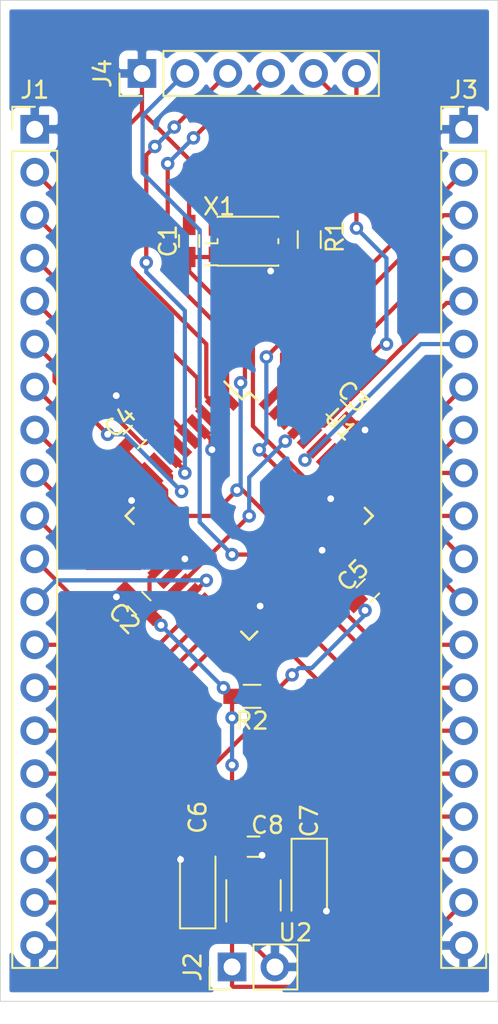
<source format=kicad_pcb>
(kicad_pcb (version 20171130) (host pcbnew "(5.1.2)-1")

  (general
    (thickness 1.6)
    (drawings 6)
    (tracks 315)
    (zones 0)
    (modules 17)
    (nets 41)
  )

  (page A4)
  (layers
    (0 F.Cu signal)
    (31 B.Cu signal)
    (32 B.Adhes user)
    (33 F.Adhes user)
    (34 B.Paste user)
    (35 F.Paste user)
    (36 B.SilkS user)
    (37 F.SilkS user)
    (38 B.Mask user)
    (39 F.Mask user)
    (40 Dwgs.User user hide)
    (41 Cmts.User user hide)
    (42 Eco1.User user hide)
    (43 Eco2.User user hide)
    (44 Edge.Cuts user)
    (45 Margin user)
    (46 B.CrtYd user hide)
    (47 F.CrtYd user)
    (48 B.Fab user)
    (49 F.Fab user)
  )

  (setup
    (last_trace_width 0.25)
    (trace_clearance 0.2)
    (zone_clearance 0.508)
    (zone_45_only no)
    (trace_min 0.2)
    (via_size 0.8)
    (via_drill 0.4)
    (via_min_size 0.4)
    (via_min_drill 0.3)
    (uvia_size 0.3)
    (uvia_drill 0.1)
    (uvias_allowed no)
    (uvia_min_size 0.2)
    (uvia_min_drill 0.1)
    (edge_width 0.05)
    (segment_width 0.2)
    (pcb_text_width 0.3)
    (pcb_text_size 1.5 1.5)
    (mod_edge_width 0.12)
    (mod_text_size 1 1)
    (mod_text_width 0.15)
    (pad_size 1.524 1.524)
    (pad_drill 0.762)
    (pad_to_mask_clearance 0.051)
    (solder_mask_min_width 0.25)
    (aux_axis_origin 0 0)
    (visible_elements 7FFFFFFF)
    (pcbplotparams
      (layerselection 0x010fc_ffffffff)
      (usegerberextensions false)
      (usegerberattributes false)
      (usegerberadvancedattributes false)
      (creategerberjobfile false)
      (excludeedgelayer false)
      (linewidth 0.100000)
      (plotframeref false)
      (viasonmask false)
      (mode 1)
      (useauxorigin true)
      (hpglpennumber 1)
      (hpglpenspeed 20)
      (hpglpendiameter 15.000000)
      (psnegative false)
      (psa4output false)
      (plotreference true)
      (plotvalue true)
      (plotinvisibletext false)
      (padsonsilk false)
      (subtractmaskfromsilk false)
      (outputformat 1)
      (mirror false)
      (drillshape 0)
      (scaleselection 1)
      (outputdirectory ""))
  )

  (net 0 "")
  (net 1 GND)
  (net 2 /VCCIO)
  (net 3 +3V3)
  (net 4 /IO-2)
  (net 5 /IO-3)
  (net 6 /IO-5)
  (net 7 /IO-6)
  (net 8 /IO-8)
  (net 9 /IO-10)
  (net 10 /IO-12)
  (net 11 /IO-13)
  (net 12 /IO-14)
  (net 13 /IO-15)
  (net 14 /IO-18)
  (net 15 /IO-19)
  (net 16 /IO-20)
  (net 17 /IO-21)
  (net 18 /IO-22)
  (net 19 +5V)
  (net 20 /IO-44)
  (net 21 "Net-(J4-Pad5)")
  (net 22 "Net-(J4-Pad4)")
  (net 23 "Net-(J4-Pad3)")
  (net 24 "Net-(J4-Pad2)")
  (net 25 /CLK)
  (net 26 "Net-(R1-Pad2)")
  (net 27 /IO-43)
  (net 28 /IO-42)
  (net 29 /IO-40)
  (net 30 /IO-39)
  (net 31 /IO-38)
  (net 32 /IO-35)
  (net 33 /IO-34)
  (net 34 /IO-33)
  (net 35 /IO-31)
  (net 36 /IO-28)
  (net 37 /IO-27)
  (net 38 /IO-25)
  (net 39 /IO-23)
  (net 40 "Net-(U2-Pad4)")

  (net_class Default "This is the default net class."
    (clearance 0.2)
    (trace_width 0.25)
    (via_dia 0.8)
    (via_drill 0.4)
    (uvia_dia 0.3)
    (uvia_drill 0.1)
    (add_net +3V3)
    (add_net +5V)
    (add_net /CLK)
    (add_net /IO-10)
    (add_net /IO-12)
    (add_net /IO-13)
    (add_net /IO-14)
    (add_net /IO-15)
    (add_net /IO-18)
    (add_net /IO-19)
    (add_net /IO-2)
    (add_net /IO-20)
    (add_net /IO-21)
    (add_net /IO-22)
    (add_net /IO-23)
    (add_net /IO-25)
    (add_net /IO-27)
    (add_net /IO-28)
    (add_net /IO-3)
    (add_net /IO-31)
    (add_net /IO-33)
    (add_net /IO-34)
    (add_net /IO-35)
    (add_net /IO-38)
    (add_net /IO-39)
    (add_net /IO-40)
    (add_net /IO-42)
    (add_net /IO-43)
    (add_net /IO-44)
    (add_net /IO-5)
    (add_net /IO-6)
    (add_net /IO-8)
    (add_net /VCCIO)
    (add_net GND)
    (add_net "Net-(J4-Pad2)")
    (add_net "Net-(J4-Pad3)")
    (add_net "Net-(J4-Pad4)")
    (add_net "Net-(J4-Pad5)")
    (add_net "Net-(R1-Pad2)")
    (add_net "Net-(U2-Pad4)")
  )

  (module Capacitors_SMD:C_0603_HandSoldering (layer F.Cu) (tedit 58AA848B) (tstamp 5DB2A857)
    (at 70.104 80.264 90)
    (descr "Capacitor SMD 0603, hand soldering")
    (tags "capacitor 0603")
    (path /5DB2CEDC)
    (attr smd)
    (fp_text reference C1 (at 0 -1.25 90) (layer F.SilkS)
      (effects (font (size 1 1) (thickness 0.15)))
    )
    (fp_text value 100n (at 0.254 -2.54 90) (layer F.Fab)
      (effects (font (size 1 1) (thickness 0.15)))
    )
    (fp_line (start 1.8 0.65) (end -1.8 0.65) (layer F.CrtYd) (width 0.05))
    (fp_line (start 1.8 0.65) (end 1.8 -0.65) (layer F.CrtYd) (width 0.05))
    (fp_line (start -1.8 -0.65) (end -1.8 0.65) (layer F.CrtYd) (width 0.05))
    (fp_line (start -1.8 -0.65) (end 1.8 -0.65) (layer F.CrtYd) (width 0.05))
    (fp_line (start 0.35 0.6) (end -0.35 0.6) (layer F.SilkS) (width 0.12))
    (fp_line (start -0.35 -0.6) (end 0.35 -0.6) (layer F.SilkS) (width 0.12))
    (fp_line (start -0.8 -0.4) (end 0.8 -0.4) (layer F.Fab) (width 0.1))
    (fp_line (start 0.8 -0.4) (end 0.8 0.4) (layer F.Fab) (width 0.1))
    (fp_line (start 0.8 0.4) (end -0.8 0.4) (layer F.Fab) (width 0.1))
    (fp_line (start -0.8 0.4) (end -0.8 -0.4) (layer F.Fab) (width 0.1))
    (fp_text user %R (at 0 -1.25 90) (layer F.Fab)
      (effects (font (size 1 1) (thickness 0.15)))
    )
    (pad 2 smd rect (at 0.95 0 90) (size 1.2 0.75) (layers F.Cu F.Paste F.Mask)
      (net 1 GND))
    (pad 1 smd rect (at -0.95 0 90) (size 1.2 0.75) (layers F.Cu F.Paste F.Mask)
      (net 2 /VCCIO))
    (model Capacitors_SMD.3dshapes/C_0603.wrl
      (at (xyz 0 0 0))
      (scale (xyz 1 1 1))
      (rotate (xyz 0 0 0))
    )
  )

  (module Capacitors_SMD:C_0603_HandSoldering (layer F.Cu) (tedit 58AA848B) (tstamp 5DB2A868)
    (at 67.146249 101.690249 135)
    (descr "Capacitor SMD 0603, hand soldering")
    (tags "capacitor 0603")
    (path /5DB3BA68)
    (attr smd)
    (fp_text reference C2 (at 0 -1.25 135) (layer F.SilkS)
      (effects (font (size 1 1) (thickness 0.15)))
    )
    (fp_text value C (at 0 1.5 135) (layer F.Fab)
      (effects (font (size 1 1) (thickness 0.15)))
    )
    (fp_line (start 1.8 0.65) (end -1.8 0.65) (layer F.CrtYd) (width 0.05))
    (fp_line (start 1.8 0.65) (end 1.8 -0.65) (layer F.CrtYd) (width 0.05))
    (fp_line (start -1.8 -0.65) (end -1.8 0.65) (layer F.CrtYd) (width 0.05))
    (fp_line (start -1.8 -0.65) (end 1.8 -0.65) (layer F.CrtYd) (width 0.05))
    (fp_line (start 0.35 0.6) (end -0.35 0.6) (layer F.SilkS) (width 0.12))
    (fp_line (start -0.35 -0.6) (end 0.35 -0.6) (layer F.SilkS) (width 0.12))
    (fp_line (start -0.8 -0.4) (end 0.8 -0.4) (layer F.Fab) (width 0.1))
    (fp_line (start 0.8 -0.4) (end 0.8 0.4) (layer F.Fab) (width 0.1))
    (fp_line (start 0.8 0.4) (end -0.8 0.4) (layer F.Fab) (width 0.1))
    (fp_line (start -0.8 0.4) (end -0.8 -0.4) (layer F.Fab) (width 0.1))
    (fp_text user %R (at 0 -1.25 135) (layer F.Fab)
      (effects (font (size 1 1) (thickness 0.15)))
    )
    (pad 2 smd rect (at 0.95 0 135) (size 1.2 0.75) (layers F.Cu F.Paste F.Mask)
      (net 1 GND))
    (pad 1 smd rect (at -0.95 0 135) (size 1.2 0.75) (layers F.Cu F.Paste F.Mask)
      (net 3 +3V3))
    (model Capacitors_SMD.3dshapes/C_0603.wrl
      (at (xyz 0 0 0))
      (scale (xyz 1 1 1))
      (rotate (xyz 0 0 0))
    )
  )

  (module Capacitors_SMD:C_0603_HandSoldering (layer F.Cu) (tedit 58AA848B) (tstamp 5DB2A879)
    (at 78.903751 90.333751 315)
    (descr "Capacitor SMD 0603, hand soldering")
    (tags "capacitor 0603")
    (path /5DB3AE09)
    (attr smd)
    (fp_text reference C3 (at 0 -1.25 135) (layer F.SilkS)
      (effects (font (size 1 1) (thickness 0.15)))
    )
    (fp_text value C (at 0 1.5 135) (layer F.Fab)
      (effects (font (size 1 1) (thickness 0.15)))
    )
    (fp_text user %R (at 0 -1.25 135) (layer F.Fab)
      (effects (font (size 1 1) (thickness 0.15)))
    )
    (fp_line (start -0.8 0.4) (end -0.8 -0.4) (layer F.Fab) (width 0.1))
    (fp_line (start 0.8 0.4) (end -0.8 0.4) (layer F.Fab) (width 0.1))
    (fp_line (start 0.8 -0.4) (end 0.8 0.4) (layer F.Fab) (width 0.1))
    (fp_line (start -0.8 -0.4) (end 0.8 -0.4) (layer F.Fab) (width 0.1))
    (fp_line (start -0.35 -0.6) (end 0.35 -0.6) (layer F.SilkS) (width 0.12))
    (fp_line (start 0.35 0.6) (end -0.35 0.6) (layer F.SilkS) (width 0.12))
    (fp_line (start -1.8 -0.65) (end 1.8 -0.65) (layer F.CrtYd) (width 0.05))
    (fp_line (start -1.8 -0.65) (end -1.8 0.65) (layer F.CrtYd) (width 0.05))
    (fp_line (start 1.8 0.65) (end 1.8 -0.65) (layer F.CrtYd) (width 0.05))
    (fp_line (start 1.8 0.65) (end -1.8 0.65) (layer F.CrtYd) (width 0.05))
    (pad 1 smd rect (at -0.95 0 315) (size 1.2 0.75) (layers F.Cu F.Paste F.Mask)
      (net 3 +3V3))
    (pad 2 smd rect (at 0.95 0 315) (size 1.2 0.75) (layers F.Cu F.Paste F.Mask)
      (net 1 GND))
    (model Capacitors_SMD.3dshapes/C_0603.wrl
      (at (xyz 0 0 0))
      (scale (xyz 1 1 1))
      (rotate (xyz 0 0 0))
    )
  )

  (module Capacitors_SMD:C_0603_HandSoldering (layer F.Cu) (tedit 58AA848B) (tstamp 5DB2A88A)
    (at 66.892249 91.857751 45)
    (descr "Capacitor SMD 0603, hand soldering")
    (tags "capacitor 0603")
    (path /5DB3B35C)
    (attr smd)
    (fp_text reference C4 (at 0 -1.25 45) (layer F.SilkS)
      (effects (font (size 1 1) (thickness 0.15)))
    )
    (fp_text value C (at 0 1.5 45) (layer F.Fab)
      (effects (font (size 1 1) (thickness 0.15)))
    )
    (fp_text user %R (at 0 -1.25 45) (layer F.Fab)
      (effects (font (size 1 1) (thickness 0.15)))
    )
    (fp_line (start -0.8 0.4) (end -0.8 -0.4) (layer F.Fab) (width 0.1))
    (fp_line (start 0.8 0.4) (end -0.8 0.4) (layer F.Fab) (width 0.1))
    (fp_line (start 0.8 -0.4) (end 0.8 0.4) (layer F.Fab) (width 0.1))
    (fp_line (start -0.8 -0.4) (end 0.8 -0.4) (layer F.Fab) (width 0.1))
    (fp_line (start -0.35 -0.6) (end 0.35 -0.6) (layer F.SilkS) (width 0.12))
    (fp_line (start 0.35 0.6) (end -0.35 0.6) (layer F.SilkS) (width 0.12))
    (fp_line (start -1.8 -0.65) (end 1.8 -0.65) (layer F.CrtYd) (width 0.05))
    (fp_line (start -1.8 -0.65) (end -1.8 0.65) (layer F.CrtYd) (width 0.05))
    (fp_line (start 1.8 0.65) (end 1.8 -0.65) (layer F.CrtYd) (width 0.05))
    (fp_line (start 1.8 0.65) (end -1.8 0.65) (layer F.CrtYd) (width 0.05))
    (pad 1 smd rect (at -0.95 0 45) (size 1.2 0.75) (layers F.Cu F.Paste F.Mask)
      (net 2 /VCCIO))
    (pad 2 smd rect (at 0.95 0 45) (size 1.2 0.75) (layers F.Cu F.Paste F.Mask)
      (net 1 GND))
    (model Capacitors_SMD.3dshapes/C_0603.wrl
      (at (xyz 0 0 0))
      (scale (xyz 1 1 1))
      (rotate (xyz 0 0 0))
    )
  )

  (module Capacitors_SMD:C_0603_HandSoldering (layer F.Cu) (tedit 58AA848B) (tstamp 5DB2A89B)
    (at 80.681751 100.928249 45)
    (descr "Capacitor SMD 0603, hand soldering")
    (tags "capacitor 0603")
    (path /5DB3B139)
    (attr smd)
    (fp_text reference C5 (at 0 -1.25 45) (layer F.SilkS)
      (effects (font (size 1 1) (thickness 0.15)))
    )
    (fp_text value C (at 0 1.5 45) (layer F.Fab)
      (effects (font (size 1 1) (thickness 0.15)))
    )
    (fp_line (start 1.8 0.65) (end -1.8 0.65) (layer F.CrtYd) (width 0.05))
    (fp_line (start 1.8 0.65) (end 1.8 -0.65) (layer F.CrtYd) (width 0.05))
    (fp_line (start -1.8 -0.65) (end -1.8 0.65) (layer F.CrtYd) (width 0.05))
    (fp_line (start -1.8 -0.65) (end 1.8 -0.65) (layer F.CrtYd) (width 0.05))
    (fp_line (start 0.35 0.6) (end -0.35 0.6) (layer F.SilkS) (width 0.12))
    (fp_line (start -0.35 -0.6) (end 0.35 -0.6) (layer F.SilkS) (width 0.12))
    (fp_line (start -0.8 -0.4) (end 0.8 -0.4) (layer F.Fab) (width 0.1))
    (fp_line (start 0.8 -0.4) (end 0.8 0.4) (layer F.Fab) (width 0.1))
    (fp_line (start 0.8 0.4) (end -0.8 0.4) (layer F.Fab) (width 0.1))
    (fp_line (start -0.8 0.4) (end -0.8 -0.4) (layer F.Fab) (width 0.1))
    (fp_text user %R (at 0 -1.25 45) (layer F.Fab)
      (effects (font (size 1 1) (thickness 0.15)))
    )
    (pad 2 smd rect (at 0.95 0 45) (size 1.2 0.75) (layers F.Cu F.Paste F.Mask)
      (net 1 GND))
    (pad 1 smd rect (at -0.95 0 45) (size 1.2 0.75) (layers F.Cu F.Paste F.Mask)
      (net 2 /VCCIO))
    (model Capacitors_SMD.3dshapes/C_0603.wrl
      (at (xyz 0 0 0))
      (scale (xyz 1 1 1))
      (rotate (xyz 0 0 0))
    )
  )

  (module Capacitors_SMD:C_0603_HandSoldering (layer F.Cu) (tedit 58AA848B) (tstamp 5DB2A8AC)
    (at 73.914 116.078)
    (descr "Capacitor SMD 0603, hand soldering")
    (tags "capacitor 0603")
    (path /5DD07623)
    (attr smd)
    (fp_text reference C8 (at 0.828001 -1.27) (layer F.SilkS)
      (effects (font (size 1 1) (thickness 0.15)))
    )
    (fp_text value C (at 0 1.5) (layer F.Fab)
      (effects (font (size 1 1) (thickness 0.15)))
    )
    (fp_text user %R (at 0 -1.25) (layer F.Fab)
      (effects (font (size 1 1) (thickness 0.15)))
    )
    (fp_line (start -0.8 0.4) (end -0.8 -0.4) (layer F.Fab) (width 0.1))
    (fp_line (start 0.8 0.4) (end -0.8 0.4) (layer F.Fab) (width 0.1))
    (fp_line (start 0.8 -0.4) (end 0.8 0.4) (layer F.Fab) (width 0.1))
    (fp_line (start -0.8 -0.4) (end 0.8 -0.4) (layer F.Fab) (width 0.1))
    (fp_line (start -0.35 -0.6) (end 0.35 -0.6) (layer F.SilkS) (width 0.12))
    (fp_line (start 0.35 0.6) (end -0.35 0.6) (layer F.SilkS) (width 0.12))
    (fp_line (start -1.8 -0.65) (end 1.8 -0.65) (layer F.CrtYd) (width 0.05))
    (fp_line (start -1.8 -0.65) (end -1.8 0.65) (layer F.CrtYd) (width 0.05))
    (fp_line (start 1.8 0.65) (end 1.8 -0.65) (layer F.CrtYd) (width 0.05))
    (fp_line (start 1.8 0.65) (end -1.8 0.65) (layer F.CrtYd) (width 0.05))
    (pad 1 smd rect (at -0.95 0) (size 1.2 0.75) (layers F.Cu F.Paste F.Mask)
      (net 3 +3V3))
    (pad 2 smd rect (at 0.95 0) (size 1.2 0.75) (layers F.Cu F.Paste F.Mask)
      (net 1 GND))
    (model Capacitors_SMD.3dshapes/C_0603.wrl
      (at (xyz 0 0 0))
      (scale (xyz 1 1 1))
      (rotate (xyz 0 0 0))
    )
  )

  (module Pin_Headers:Pin_Header_Straight_1x20_Pitch2.54mm (layer F.Cu) (tedit 59650532) (tstamp 5DB2ADC5)
    (at 60.96 73.66)
    (descr "Through hole straight pin header, 1x20, 2.54mm pitch, single row")
    (tags "Through hole pin header THT 1x20 2.54mm single row")
    (path /5DB35583)
    (fp_text reference J1 (at 0 -2.33) (layer F.SilkS)
      (effects (font (size 1 1) (thickness 0.15)))
    )
    (fp_text value A (at 0 50.59) (layer F.Fab)
      (effects (font (size 1 1) (thickness 0.15)))
    )
    (fp_line (start -0.635 -1.27) (end 1.27 -1.27) (layer F.Fab) (width 0.1))
    (fp_line (start 1.27 -1.27) (end 1.27 49.53) (layer F.Fab) (width 0.1))
    (fp_line (start 1.27 49.53) (end -1.27 49.53) (layer F.Fab) (width 0.1))
    (fp_line (start -1.27 49.53) (end -1.27 -0.635) (layer F.Fab) (width 0.1))
    (fp_line (start -1.27 -0.635) (end -0.635 -1.27) (layer F.Fab) (width 0.1))
    (fp_line (start -1.33 49.59) (end 1.33 49.59) (layer F.SilkS) (width 0.12))
    (fp_line (start -1.33 1.27) (end -1.33 49.59) (layer F.SilkS) (width 0.12))
    (fp_line (start 1.33 1.27) (end 1.33 49.59) (layer F.SilkS) (width 0.12))
    (fp_line (start -1.33 1.27) (end 1.33 1.27) (layer F.SilkS) (width 0.12))
    (fp_line (start -1.33 0) (end -1.33 -1.33) (layer F.SilkS) (width 0.12))
    (fp_line (start -1.33 -1.33) (end 0 -1.33) (layer F.SilkS) (width 0.12))
    (fp_line (start -1.8 -1.8) (end -1.8 50.05) (layer F.CrtYd) (width 0.05))
    (fp_line (start -1.8 50.05) (end 1.8 50.05) (layer F.CrtYd) (width 0.05))
    (fp_line (start 1.8 50.05) (end 1.8 -1.8) (layer F.CrtYd) (width 0.05))
    (fp_line (start 1.8 -1.8) (end -1.8 -1.8) (layer F.CrtYd) (width 0.05))
    (fp_text user %R (at 0 24.13 90) (layer F.Fab)
      (effects (font (size 1 1) (thickness 0.15)))
    )
    (pad 1 thru_hole rect (at 0 0) (size 1.7 1.7) (drill 1) (layers *.Cu *.Mask)
      (net 1 GND))
    (pad 2 thru_hole oval (at 0 2.54) (size 1.7 1.7) (drill 1) (layers *.Cu *.Mask)
      (net 4 /IO-2))
    (pad 3 thru_hole oval (at 0 5.08) (size 1.7 1.7) (drill 1) (layers *.Cu *.Mask)
      (net 5 /IO-3))
    (pad 4 thru_hole oval (at 0 7.62) (size 1.7 1.7) (drill 1) (layers *.Cu *.Mask)
      (net 6 /IO-5))
    (pad 5 thru_hole oval (at 0 10.16) (size 1.7 1.7) (drill 1) (layers *.Cu *.Mask)
      (net 7 /IO-6))
    (pad 6 thru_hole oval (at 0 12.7) (size 1.7 1.7) (drill 1) (layers *.Cu *.Mask)
      (net 8 /IO-8))
    (pad 7 thru_hole oval (at 0 15.24) (size 1.7 1.7) (drill 1) (layers *.Cu *.Mask)
      (net 9 /IO-10))
    (pad 8 thru_hole oval (at 0 17.78) (size 1.7 1.7) (drill 1) (layers *.Cu *.Mask)
      (net 10 /IO-12))
    (pad 9 thru_hole oval (at 0 20.32) (size 1.7 1.7) (drill 1) (layers *.Cu *.Mask)
      (net 11 /IO-13))
    (pad 10 thru_hole oval (at 0 22.86) (size 1.7 1.7) (drill 1) (layers *.Cu *.Mask)
      (net 12 /IO-14))
    (pad 11 thru_hole oval (at 0 25.4) (size 1.7 1.7) (drill 1) (layers *.Cu *.Mask)
      (net 13 /IO-15))
    (pad 12 thru_hole oval (at 0 27.94) (size 1.7 1.7) (drill 1) (layers *.Cu *.Mask)
      (net 14 /IO-18))
    (pad 13 thru_hole oval (at 0 30.48) (size 1.7 1.7) (drill 1) (layers *.Cu *.Mask)
      (net 15 /IO-19))
    (pad 14 thru_hole oval (at 0 33.02) (size 1.7 1.7) (drill 1) (layers *.Cu *.Mask)
      (net 16 /IO-20))
    (pad 15 thru_hole oval (at 0 35.56) (size 1.7 1.7) (drill 1) (layers *.Cu *.Mask)
      (net 17 /IO-21))
    (pad 16 thru_hole oval (at 0 38.1) (size 1.7 1.7) (drill 1) (layers *.Cu *.Mask)
      (net 18 /IO-22))
    (pad 17 thru_hole oval (at 0 40.64) (size 1.7 1.7) (drill 1) (layers *.Cu *.Mask)
      (net 2 /VCCIO))
    (pad 18 thru_hole oval (at 0 43.18) (size 1.7 1.7) (drill 1) (layers *.Cu *.Mask)
      (net 3 +3V3))
    (pad 19 thru_hole oval (at 0 45.72) (size 1.7 1.7) (drill 1) (layers *.Cu *.Mask)
      (net 19 +5V))
    (pad 20 thru_hole oval (at 0 48.26) (size 1.7 1.7) (drill 1) (layers *.Cu *.Mask)
      (net 1 GND))
    (model ${KISYS3DMOD}/Pin_Headers.3dshapes/Pin_Header_Straight_1x20_Pitch2.54mm.wrl
      (at (xyz 0 0 0))
      (scale (xyz 1 1 1))
      (rotate (xyz 0 0 0))
    )
  )

  (module Pin_Headers:Pin_Header_Straight_1x06_Pitch2.54mm (layer F.Cu) (tedit 59650532) (tstamp 5DB2A92C)
    (at 67.31 70.358 90)
    (descr "Through hole straight pin header, 1x06, 2.54mm pitch, single row")
    (tags "Through hole pin header THT 1x06 2.54mm single row")
    (path /5DB3B495)
    (fp_text reference J4 (at 0 -2.33 90) (layer F.SilkS)
      (effects (font (size 1 1) (thickness 0.15)))
    )
    (fp_text value JTAG (at 0.508 -5.588 180) (layer F.Fab)
      (effects (font (size 1 1) (thickness 0.15)))
    )
    (fp_text user %R (at -0.762 -5.334) (layer F.Fab)
      (effects (font (size 1 1) (thickness 0.15)))
    )
    (fp_line (start 1.8 -1.8) (end -1.8 -1.8) (layer F.CrtYd) (width 0.05))
    (fp_line (start 1.8 14.5) (end 1.8 -1.8) (layer F.CrtYd) (width 0.05))
    (fp_line (start -1.8 14.5) (end 1.8 14.5) (layer F.CrtYd) (width 0.05))
    (fp_line (start -1.8 -1.8) (end -1.8 14.5) (layer F.CrtYd) (width 0.05))
    (fp_line (start -1.33 -1.33) (end 0 -1.33) (layer F.SilkS) (width 0.12))
    (fp_line (start -1.33 0) (end -1.33 -1.33) (layer F.SilkS) (width 0.12))
    (fp_line (start -1.33 1.27) (end 1.33 1.27) (layer F.SilkS) (width 0.12))
    (fp_line (start 1.33 1.27) (end 1.33 14.03) (layer F.SilkS) (width 0.12))
    (fp_line (start -1.33 1.27) (end -1.33 14.03) (layer F.SilkS) (width 0.12))
    (fp_line (start -1.33 14.03) (end 1.33 14.03) (layer F.SilkS) (width 0.12))
    (fp_line (start -1.27 -0.635) (end -0.635 -1.27) (layer F.Fab) (width 0.1))
    (fp_line (start -1.27 13.97) (end -1.27 -0.635) (layer F.Fab) (width 0.1))
    (fp_line (start 1.27 13.97) (end -1.27 13.97) (layer F.Fab) (width 0.1))
    (fp_line (start 1.27 -1.27) (end 1.27 13.97) (layer F.Fab) (width 0.1))
    (fp_line (start -0.635 -1.27) (end 1.27 -1.27) (layer F.Fab) (width 0.1))
    (pad 6 thru_hole oval (at 0 12.7 90) (size 1.7 1.7) (drill 1) (layers *.Cu *.Mask)
      (net 3 +3V3))
    (pad 5 thru_hole oval (at 0 10.16 90) (size 1.7 1.7) (drill 1) (layers *.Cu *.Mask)
      (net 21 "Net-(J4-Pad5)"))
    (pad 4 thru_hole oval (at 0 7.62 90) (size 1.7 1.7) (drill 1) (layers *.Cu *.Mask)
      (net 22 "Net-(J4-Pad4)"))
    (pad 3 thru_hole oval (at 0 5.08 90) (size 1.7 1.7) (drill 1) (layers *.Cu *.Mask)
      (net 23 "Net-(J4-Pad3)"))
    (pad 2 thru_hole oval (at 0 2.54 90) (size 1.7 1.7) (drill 1) (layers *.Cu *.Mask)
      (net 24 "Net-(J4-Pad2)"))
    (pad 1 thru_hole rect (at 0 0 90) (size 1.7 1.7) (drill 1) (layers *.Cu *.Mask)
      (net 1 GND))
    (model ${KISYS3DMOD}/Pin_Headers.3dshapes/Pin_Header_Straight_1x06_Pitch2.54mm.wrl
      (at (xyz 0 0 0))
      (scale (xyz 1 1 1))
      (rotate (xyz 0 0 0))
    )
  )

  (module Resistors_SMD:R_0603_HandSoldering (layer F.Cu) (tedit 58E0A804) (tstamp 5DB2BE12)
    (at 77.216 80.18 90)
    (descr "Resistor SMD 0603, hand soldering")
    (tags "resistor 0603")
    (path /5DB3066C)
    (attr smd)
    (fp_text reference R1 (at 0.17 1.524 90) (layer F.SilkS)
      (effects (font (size 1 1) (thickness 0.15)))
    )
    (fp_text value 0R (at 0 1.55 90) (layer F.Fab)
      (effects (font (size 1 1) (thickness 0.15)))
    )
    (fp_text user %R (at 0 0 90) (layer F.Fab)
      (effects (font (size 0.4 0.4) (thickness 0.075)))
    )
    (fp_line (start -0.8 0.4) (end -0.8 -0.4) (layer F.Fab) (width 0.1))
    (fp_line (start 0.8 0.4) (end -0.8 0.4) (layer F.Fab) (width 0.1))
    (fp_line (start 0.8 -0.4) (end 0.8 0.4) (layer F.Fab) (width 0.1))
    (fp_line (start -0.8 -0.4) (end 0.8 -0.4) (layer F.Fab) (width 0.1))
    (fp_line (start 0.5 0.68) (end -0.5 0.68) (layer F.SilkS) (width 0.12))
    (fp_line (start -0.5 -0.68) (end 0.5 -0.68) (layer F.SilkS) (width 0.12))
    (fp_line (start -1.96 -0.7) (end 1.95 -0.7) (layer F.CrtYd) (width 0.05))
    (fp_line (start -1.96 -0.7) (end -1.96 0.7) (layer F.CrtYd) (width 0.05))
    (fp_line (start 1.95 0.7) (end 1.95 -0.7) (layer F.CrtYd) (width 0.05))
    (fp_line (start 1.95 0.7) (end -1.96 0.7) (layer F.CrtYd) (width 0.05))
    (pad 1 smd rect (at -1.1 0 90) (size 1.2 0.9) (layers F.Cu F.Paste F.Mask)
      (net 25 /CLK))
    (pad 2 smd rect (at 1.1 0 90) (size 1.2 0.9) (layers F.Cu F.Paste F.Mask)
      (net 26 "Net-(R1-Pad2)"))
    (model ${KISYS3DMOD}/Resistors_SMD.3dshapes/R_0603.wrl
      (at (xyz 0 0 0))
      (scale (xyz 1 1 1))
      (rotate (xyz 0 0 0))
    )
  )

  (module Resistors_SMD:R_0603_HandSoldering (layer F.Cu) (tedit 58E0A804) (tstamp 5DB2A94E)
    (at 73.83 107.188 180)
    (descr "Resistor SMD 0603, hand soldering")
    (tags "resistor 0603")
    (path /5DB29C70)
    (attr smd)
    (fp_text reference R2 (at 0 -1.45) (layer F.SilkS)
      (effects (font (size 1 1) (thickness 0.15)))
    )
    (fp_text value 0R (at 0 1.55) (layer F.Fab)
      (effects (font (size 1 1) (thickness 0.15)))
    )
    (fp_text user %R (at 0 0) (layer F.Fab)
      (effects (font (size 0.4 0.4) (thickness 0.075)))
    )
    (fp_line (start -0.8 0.4) (end -0.8 -0.4) (layer F.Fab) (width 0.1))
    (fp_line (start 0.8 0.4) (end -0.8 0.4) (layer F.Fab) (width 0.1))
    (fp_line (start 0.8 -0.4) (end 0.8 0.4) (layer F.Fab) (width 0.1))
    (fp_line (start -0.8 -0.4) (end 0.8 -0.4) (layer F.Fab) (width 0.1))
    (fp_line (start 0.5 0.68) (end -0.5 0.68) (layer F.SilkS) (width 0.12))
    (fp_line (start -0.5 -0.68) (end 0.5 -0.68) (layer F.SilkS) (width 0.12))
    (fp_line (start -1.96 -0.7) (end 1.95 -0.7) (layer F.CrtYd) (width 0.05))
    (fp_line (start -1.96 -0.7) (end -1.96 0.7) (layer F.CrtYd) (width 0.05))
    (fp_line (start 1.95 0.7) (end 1.95 -0.7) (layer F.CrtYd) (width 0.05))
    (fp_line (start 1.95 0.7) (end -1.96 0.7) (layer F.CrtYd) (width 0.05))
    (pad 1 smd rect (at -1.1 0 180) (size 1.2 0.9) (layers F.Cu F.Paste F.Mask)
      (net 2 /VCCIO))
    (pad 2 smd rect (at 1.1 0 180) (size 1.2 0.9) (layers F.Cu F.Paste F.Mask)
      (net 3 +3V3))
    (model ${KISYS3DMOD}/Resistors_SMD.3dshapes/R_0603.wrl
      (at (xyz 0 0 0))
      (scale (xyz 1 1 1))
      (rotate (xyz 0 0 0))
    )
  )

  (module Housings_QFP:LQFP-44_10x10mm_Pitch0.8mm (layer F.Cu) (tedit 58CC9A47) (tstamp 5DB2C3E8)
    (at 73.66 96.52 315)
    (descr "LQFP44 (see Appnote_PCB_Guidelines_TRINAMIC_packages.pdf)")
    (tags "QFP 0.8")
    (path /5DB2826E)
    (attr smd)
    (fp_text reference U1 (at 0 -7.65 135) (layer F.SilkS)
      (effects (font (size 1 1) (thickness 0.15)))
    )
    (fp_text value EMP3064-44-TQFP (at -1.796051 -9.339466 135) (layer F.Fab) hide
      (effects (font (size 1 1) (thickness 0.15)))
    )
    (fp_line (start -5.175 -4.575) (end -6.65 -4.575) (layer F.SilkS) (width 0.15))
    (fp_line (start 5.175 -5.175) (end 4.505 -5.175) (layer F.SilkS) (width 0.15))
    (fp_line (start 5.175 5.175) (end 4.505 5.175) (layer F.SilkS) (width 0.15))
    (fp_line (start -5.175 5.175) (end -4.505 5.175) (layer F.SilkS) (width 0.15))
    (fp_line (start -5.175 -5.175) (end -4.505 -5.175) (layer F.SilkS) (width 0.15))
    (fp_line (start -5.175 5.175) (end -5.175 4.505) (layer F.SilkS) (width 0.15))
    (fp_line (start 5.175 5.175) (end 5.175 4.505) (layer F.SilkS) (width 0.15))
    (fp_line (start 5.175 -5.175) (end 5.175 -4.505) (layer F.SilkS) (width 0.15))
    (fp_line (start -5.175 -5.175) (end -5.175 -4.575) (layer F.SilkS) (width 0.15))
    (fp_line (start -6.9 6.9) (end 6.9 6.9) (layer F.CrtYd) (width 0.05))
    (fp_line (start -6.9 -6.9) (end 6.9 -6.9) (layer F.CrtYd) (width 0.05))
    (fp_line (start 6.9 -6.9) (end 6.9 6.9) (layer F.CrtYd) (width 0.05))
    (fp_line (start -6.9 -6.9) (end -6.9 6.9) (layer F.CrtYd) (width 0.05))
    (fp_line (start -5 -4) (end -4 -5) (layer F.Fab) (width 0.15))
    (fp_line (start -5 5) (end -5 -4) (layer F.Fab) (width 0.15))
    (fp_line (start 5 5) (end -5 5) (layer F.Fab) (width 0.15))
    (fp_line (start 5 -5) (end 5 5) (layer F.Fab) (width 0.15))
    (fp_line (start -4 -5) (end 5 -5) (layer F.Fab) (width 0.15))
    (fp_text user %R (at 1.796051 -1.796051 135) (layer F.Fab)
      (effects (font (size 1 1) (thickness 0.15)))
    )
    (pad 44 smd rect (at -4 -5.85 45) (size 1.6 0.56) (layers F.Cu F.Paste F.Mask)
      (net 20 /IO-44))
    (pad 43 smd rect (at -3.2 -5.85 45) (size 1.6 0.56) (layers F.Cu F.Paste F.Mask)
      (net 27 /IO-43))
    (pad 42 smd rect (at -2.4 -5.85 45) (size 1.6 0.56) (layers F.Cu F.Paste F.Mask)
      (net 28 /IO-42))
    (pad 41 smd rect (at -1.6 -5.85 45) (size 1.6 0.56) (layers F.Cu F.Paste F.Mask)
      (net 3 +3V3))
    (pad 40 smd rect (at -0.8 -5.85 45) (size 1.6 0.56) (layers F.Cu F.Paste F.Mask)
      (net 29 /IO-40))
    (pad 39 smd rect (at 0 -5.85 45) (size 1.6 0.56) (layers F.Cu F.Paste F.Mask)
      (net 30 /IO-39))
    (pad 38 smd rect (at 0.8 -5.85 45) (size 1.6 0.56) (layers F.Cu F.Paste F.Mask)
      (net 31 /IO-38))
    (pad 37 smd rect (at 1.6 -5.85 45) (size 1.6 0.56) (layers F.Cu F.Paste F.Mask)
      (net 25 /CLK))
    (pad 36 smd rect (at 2.4 -5.85 45) (size 1.6 0.56) (layers F.Cu F.Paste F.Mask)
      (net 1 GND))
    (pad 35 smd rect (at 3.2 -5.85 45) (size 1.6 0.56) (layers F.Cu F.Paste F.Mask)
      (net 32 /IO-35))
    (pad 34 smd rect (at 4 -5.85 45) (size 1.6 0.56) (layers F.Cu F.Paste F.Mask)
      (net 33 /IO-34))
    (pad 33 smd rect (at 5.85 -4 315) (size 1.6 0.56) (layers F.Cu F.Paste F.Mask)
      (net 34 /IO-33))
    (pad 32 smd rect (at 5.85 -3.2 315) (size 1.6 0.56) (layers F.Cu F.Paste F.Mask)
      (net 21 "Net-(J4-Pad5)"))
    (pad 31 smd rect (at 5.85 -2.4 315) (size 1.6 0.56) (layers F.Cu F.Paste F.Mask)
      (net 35 /IO-31))
    (pad 30 smd rect (at 5.85 -1.6 315) (size 1.6 0.56) (layers F.Cu F.Paste F.Mask)
      (net 1 GND))
    (pad 29 smd rect (at 5.85 -0.8 315) (size 1.6 0.56) (layers F.Cu F.Paste F.Mask)
      (net 2 /VCCIO))
    (pad 28 smd rect (at 5.85 0 315) (size 1.6 0.56) (layers F.Cu F.Paste F.Mask)
      (net 36 /IO-28))
    (pad 27 smd rect (at 5.85 0.8 315) (size 1.6 0.56) (layers F.Cu F.Paste F.Mask)
      (net 37 /IO-27))
    (pad 26 smd rect (at 5.85 1.6 315) (size 1.6 0.56) (layers F.Cu F.Paste F.Mask)
      (net 24 "Net-(J4-Pad2)"))
    (pad 25 smd rect (at 5.85 2.4 315) (size 1.6 0.56) (layers F.Cu F.Paste F.Mask)
      (net 38 /IO-25))
    (pad 24 smd rect (at 5.85 3.2 315) (size 1.6 0.56) (layers F.Cu F.Paste F.Mask)
      (net 1 GND))
    (pad 23 smd rect (at 5.85 4 315) (size 1.6 0.56) (layers F.Cu F.Paste F.Mask)
      (net 39 /IO-23))
    (pad 22 smd rect (at 4 5.85 45) (size 1.6 0.56) (layers F.Cu F.Paste F.Mask)
      (net 18 /IO-22))
    (pad 21 smd rect (at 3.2 5.85 45) (size 1.6 0.56) (layers F.Cu F.Paste F.Mask)
      (net 17 /IO-21))
    (pad 20 smd rect (at 2.4 5.85 45) (size 1.6 0.56) (layers F.Cu F.Paste F.Mask)
      (net 16 /IO-20))
    (pad 19 smd rect (at 1.6 5.85 45) (size 1.6 0.56) (layers F.Cu F.Paste F.Mask)
      (net 15 /IO-19))
    (pad 18 smd rect (at 0.8 5.85 45) (size 1.6 0.56) (layers F.Cu F.Paste F.Mask)
      (net 14 /IO-18))
    (pad 17 smd rect (at 0 5.85 45) (size 1.6 0.56) (layers F.Cu F.Paste F.Mask)
      (net 3 +3V3))
    (pad 16 smd rect (at -0.8 5.85 45) (size 1.6 0.56) (layers F.Cu F.Paste F.Mask)
      (net 1 GND))
    (pad 15 smd rect (at -1.6 5.85 45) (size 1.6 0.56) (layers F.Cu F.Paste F.Mask)
      (net 13 /IO-15))
    (pad 14 smd rect (at -2.4 5.85 45) (size 1.6 0.56) (layers F.Cu F.Paste F.Mask)
      (net 12 /IO-14))
    (pad 13 smd rect (at -3.2 5.85 45) (size 1.6 0.56) (layers F.Cu F.Paste F.Mask)
      (net 11 /IO-13))
    (pad 12 smd rect (at -4 5.85 45) (size 1.6 0.56) (layers F.Cu F.Paste F.Mask)
      (net 10 /IO-12))
    (pad 11 smd rect (at -5.85 4 315) (size 1.6 0.56) (layers F.Cu F.Paste F.Mask)
      (net 1 GND))
    (pad 10 smd rect (at -5.85 3.2 315) (size 1.6 0.56) (layers F.Cu F.Paste F.Mask)
      (net 9 /IO-10))
    (pad 9 smd rect (at -5.85 2.4 315) (size 1.6 0.56) (layers F.Cu F.Paste F.Mask)
      (net 2 /VCCIO))
    (pad 8 smd rect (at -5.85 1.6 315) (size 1.6 0.56) (layers F.Cu F.Paste F.Mask)
      (net 8 /IO-8))
    (pad 7 smd rect (at -5.85 0.8 315) (size 1.6 0.56) (layers F.Cu F.Paste F.Mask)
      (net 23 "Net-(J4-Pad3)"))
    (pad 6 smd rect (at -5.85 0 315) (size 1.6 0.56) (layers F.Cu F.Paste F.Mask)
      (net 7 /IO-6))
    (pad 5 smd rect (at -5.85 -0.8 315) (size 1.6 0.56) (layers F.Cu F.Paste F.Mask)
      (net 6 /IO-5))
    (pad 4 smd rect (at -5.85 -1.6 315) (size 1.6 0.56) (layers F.Cu F.Paste F.Mask)
      (net 1 GND))
    (pad 3 smd rect (at -5.85 -2.4 315) (size 1.6 0.56) (layers F.Cu F.Paste F.Mask)
      (net 5 /IO-3))
    (pad 2 smd rect (at -5.85 -3.2 315) (size 1.6 0.56) (layers F.Cu F.Paste F.Mask)
      (net 4 /IO-2))
    (pad 1 smd rect (at -5.85 -4 315) (size 1.6 0.56) (layers F.Cu F.Paste F.Mask)
      (net 22 "Net-(J4-Pad4)"))
    (model ${KISYS3DMOD}/Housings_QFP.3dshapes/LQFP-44_10x10mm_Pitch0.8mm.wrl
      (at (xyz 0 0 0))
      (scale (xyz 1 1 1))
      (rotate (xyz 0 0 0))
    )
  )

  (module TO_SOT_Packages_SMD:SOT-23-5 (layer F.Cu) (tedit 58CE4E7E) (tstamp 5DB2B3ED)
    (at 73.914 118.956 90)
    (descr "5-pin SOT23 package")
    (tags SOT-23-5)
    (path /5DCCE739)
    (attr smd)
    (fp_text reference U2 (at -2.202 2.474 180) (layer F.SilkS)
      (effects (font (size 1 1) (thickness 0.15)))
    )
    (fp_text value XC6220B331MR (at 0.846 6.35 90) (layer F.Fab) hide
      (effects (font (size 1 1) (thickness 0.15)))
    )
    (fp_line (start 0.9 -1.55) (end 0.9 1.55) (layer F.Fab) (width 0.1))
    (fp_line (start 0.9 1.55) (end -0.9 1.55) (layer F.Fab) (width 0.1))
    (fp_line (start -0.9 -0.9) (end -0.9 1.55) (layer F.Fab) (width 0.1))
    (fp_line (start 0.9 -1.55) (end -0.25 -1.55) (layer F.Fab) (width 0.1))
    (fp_line (start -0.9 -0.9) (end -0.25 -1.55) (layer F.Fab) (width 0.1))
    (fp_line (start -1.9 1.8) (end -1.9 -1.8) (layer F.CrtYd) (width 0.05))
    (fp_line (start 1.9 1.8) (end -1.9 1.8) (layer F.CrtYd) (width 0.05))
    (fp_line (start 1.9 -1.8) (end 1.9 1.8) (layer F.CrtYd) (width 0.05))
    (fp_line (start -1.9 -1.8) (end 1.9 -1.8) (layer F.CrtYd) (width 0.05))
    (fp_line (start 0.9 -1.61) (end -1.55 -1.61) (layer F.SilkS) (width 0.12))
    (fp_line (start -0.9 1.61) (end 0.9 1.61) (layer F.SilkS) (width 0.12))
    (fp_text user %R (at 0 0) (layer F.Fab)
      (effects (font (size 0.5 0.5) (thickness 0.075)))
    )
    (pad 5 smd rect (at 1.1 -0.95 90) (size 1.06 0.65) (layers F.Cu F.Paste F.Mask)
      (net 3 +3V3))
    (pad 4 smd rect (at 1.1 0.95 90) (size 1.06 0.65) (layers F.Cu F.Paste F.Mask)
      (net 40 "Net-(U2-Pad4)"))
    (pad 3 smd rect (at -1.1 0.95 90) (size 1.06 0.65) (layers F.Cu F.Paste F.Mask)
      (net 19 +5V))
    (pad 2 smd rect (at -1.1 0 90) (size 1.06 0.65) (layers F.Cu F.Paste F.Mask)
      (net 1 GND))
    (pad 1 smd rect (at -1.1 -0.95 90) (size 1.06 0.65) (layers F.Cu F.Paste F.Mask)
      (net 19 +5V))
    (model ${KISYS3DMOD}/TO_SOT_Packages_SMD.3dshapes/SOT-23-5.wrl
      (at (xyz 0 0 0))
      (scale (xyz 1 1 1))
      (rotate (xyz 0 0 0))
    )
  )

  (module Oscillators:Oscillator_SMD_EuroQuartz_XO32-4pin_3.2x2.5mm_HandSoldering (layer F.Cu) (tedit 58CD3344) (tstamp 5DB2B411)
    (at 73.586 80.277)
    (descr "Miniature Crystal Clock Oscillator EuroQuartz XO32 series, http://cdn-reichelt.de/documents/datenblatt/B400/XO32.pdf, hand-soldering, 3.2x2.5mm^2 package")
    (tags "SMD SMT crystal oscillator hand-soldering")
    (path /5DB2C7DC)
    (attr smd)
    (fp_text reference X1 (at -1.704 -2.045) (layer F.SilkS)
      (effects (font (size 1 1) (thickness 0.15)))
    )
    (fp_text value 50MHz (at 0 2.45) (layer F.Fab)
      (effects (font (size 1 1) (thickness 0.15)))
    )
    (fp_circle (center 0 0) (end 0.058333 0) (layer F.Adhes) (width 0.116667))
    (fp_circle (center 0 0) (end 0.133333 0) (layer F.Adhes) (width 0.083333))
    (fp_circle (center 0 0) (end 0.208333 0) (layer F.Adhes) (width 0.083333))
    (fp_circle (center 0 0) (end 0.25 0) (layer F.Adhes) (width 0.1))
    (fp_line (start 2.6 -1.5) (end -2.6 -1.5) (layer F.CrtYd) (width 0.05))
    (fp_line (start 2.6 1.5) (end 2.6 -1.5) (layer F.CrtYd) (width 0.05))
    (fp_line (start -2.6 1.5) (end 2.6 1.5) (layer F.CrtYd) (width 0.05))
    (fp_line (start -2.6 -1.5) (end -2.6 1.5) (layer F.CrtYd) (width 0.05))
    (fp_line (start 1.8 -0.125) (end 1.8 0.125) (layer F.SilkS) (width 0.12))
    (fp_line (start -1.8 0.125) (end -1.8 -0.125) (layer F.SilkS) (width 0.12))
    (fp_line (start -2.525 0.125) (end -1.8 0.125) (layer F.SilkS) (width 0.12))
    (fp_line (start 1.8 1.45) (end 1.8 1.425) (layer F.SilkS) (width 0.12))
    (fp_line (start -1.8 1.45) (end 1.8 1.45) (layer F.SilkS) (width 0.12))
    (fp_line (start -1.8 1.425) (end -1.8 1.45) (layer F.SilkS) (width 0.12))
    (fp_line (start -2.525 1.425) (end -1.8 1.425) (layer F.SilkS) (width 0.12))
    (fp_line (start 1.8 -1.45) (end 1.8 -1.425) (layer F.SilkS) (width 0.12))
    (fp_line (start -1.8 -1.45) (end 1.8 -1.45) (layer F.SilkS) (width 0.12))
    (fp_line (start -1.8 -1.425) (end -1.8 -1.45) (layer F.SilkS) (width 0.12))
    (fp_line (start -1.6 0.25) (end -0.6 1.25) (layer F.Fab) (width 0.1))
    (fp_line (start -1.6 -1.15) (end -1.5 -1.25) (layer F.Fab) (width 0.1))
    (fp_line (start -1.6 1.15) (end -1.6 -1.15) (layer F.Fab) (width 0.1))
    (fp_line (start -1.5 1.25) (end -1.6 1.15) (layer F.Fab) (width 0.1))
    (fp_line (start 1.5 1.25) (end -1.5 1.25) (layer F.Fab) (width 0.1))
    (fp_line (start 1.6 1.15) (end 1.5 1.25) (layer F.Fab) (width 0.1))
    (fp_line (start 1.6 -1.15) (end 1.6 1.15) (layer F.Fab) (width 0.1))
    (fp_line (start 1.5 -1.25) (end 1.6 -1.15) (layer F.Fab) (width 0.1))
    (fp_line (start -1.5 -1.25) (end 1.5 -1.25) (layer F.Fab) (width 0.1))
    (fp_text user %R (at 0 0) (layer F.Fab)
      (effects (font (size 0.7 0.7) (thickness 0.105)))
    )
    (pad 4 smd rect (at -1.45 -0.775) (size 1.75 0.9) (layers F.Cu F.Paste F.Mask)
      (net 2 /VCCIO))
    (pad 3 smd rect (at 1.45 -0.775) (size 1.75 0.9) (layers F.Cu F.Paste F.Mask)
      (net 26 "Net-(R1-Pad2)"))
    (pad 2 smd rect (at 1.45 0.775) (size 1.75 0.9) (layers F.Cu F.Paste F.Mask)
      (net 1 GND))
    (pad 1 smd rect (at -1.45 0.775) (size 1.75 0.9) (layers F.Cu F.Paste F.Mask)
      (net 2 /VCCIO))
    (model ${KISYS3DMOD}/Oscillators.3dshapes/Oscillator_SMD_EuroQuartz_XO32-4pin_3.2x2.5mm_HandSoldering.wrl
      (at (xyz 0 0 0))
      (scale (xyz 1 1 1))
      (rotate (xyz 0 0 0))
    )
  )

  (module Pin_Headers:Pin_Header_Straight_1x02_Pitch2.54mm (layer F.Cu) (tedit 59650532) (tstamp 5DB2D367)
    (at 72.644 123.19 90)
    (descr "Through hole straight pin header, 1x02, 2.54mm pitch, single row")
    (tags "Through hole pin header THT 1x02 2.54mm single row")
    (path /5DB4C23C)
    (fp_text reference J2 (at 0 -2.33 90) (layer F.SilkS)
      (effects (font (size 1 1) (thickness 0.15)))
    )
    (fp_text value +5V (at -2.54 0.381 180) (layer F.Fab)
      (effects (font (size 1 1) (thickness 0.15)))
    )
    (fp_text user %R (at 0 1.27 270) (layer F.Fab)
      (effects (font (size 1 1) (thickness 0.15)))
    )
    (fp_line (start 1.8 -1.8) (end -1.8 -1.8) (layer F.CrtYd) (width 0.05))
    (fp_line (start 1.8 4.35) (end 1.8 -1.8) (layer F.CrtYd) (width 0.05))
    (fp_line (start -1.8 4.35) (end 1.8 4.35) (layer F.CrtYd) (width 0.05))
    (fp_line (start -1.8 -1.8) (end -1.8 4.35) (layer F.CrtYd) (width 0.05))
    (fp_line (start -1.33 -1.33) (end 0 -1.33) (layer F.SilkS) (width 0.12))
    (fp_line (start -1.33 0) (end -1.33 -1.33) (layer F.SilkS) (width 0.12))
    (fp_line (start -1.33 1.27) (end 1.33 1.27) (layer F.SilkS) (width 0.12))
    (fp_line (start 1.33 1.27) (end 1.33 3.87) (layer F.SilkS) (width 0.12))
    (fp_line (start -1.33 1.27) (end -1.33 3.87) (layer F.SilkS) (width 0.12))
    (fp_line (start -1.33 3.87) (end 1.33 3.87) (layer F.SilkS) (width 0.12))
    (fp_line (start -1.27 -0.635) (end -0.635 -1.27) (layer F.Fab) (width 0.1))
    (fp_line (start -1.27 3.81) (end -1.27 -0.635) (layer F.Fab) (width 0.1))
    (fp_line (start 1.27 3.81) (end -1.27 3.81) (layer F.Fab) (width 0.1))
    (fp_line (start 1.27 -1.27) (end 1.27 3.81) (layer F.Fab) (width 0.1))
    (fp_line (start -0.635 -1.27) (end 1.27 -1.27) (layer F.Fab) (width 0.1))
    (pad 2 thru_hole oval (at 0 2.54 90) (size 1.7 1.7) (drill 1) (layers *.Cu *.Mask)
      (net 1 GND))
    (pad 1 thru_hole rect (at 0 0 90) (size 1.7 1.7) (drill 1) (layers *.Cu *.Mask)
      (net 19 +5V))
    (model ${KISYS3DMOD}/Pin_Headers.3dshapes/Pin_Header_Straight_1x02_Pitch2.54mm.wrl
      (at (xyz 0 0 0))
      (scale (xyz 1 1 1))
      (rotate (xyz 0 0 0))
    )
  )

  (module Pin_Headers:Pin_Header_Straight_1x20_Pitch2.54mm (layer F.Cu) (tedit 59650532) (tstamp 5DB2B516)
    (at 86.36 73.66)
    (descr "Through hole straight pin header, 1x20, 2.54mm pitch, single row")
    (tags "Through hole pin header THT 1x20 2.54mm single row")
    (path /5DB388FB)
    (fp_text reference J3 (at 0 -2.33) (layer F.SilkS)
      (effects (font (size 1 1) (thickness 0.15)))
    )
    (fp_text value B (at 0 50.59) (layer F.Fab)
      (effects (font (size 1 1) (thickness 0.15)))
    )
    (fp_text user %R (at 0 24.13 90) (layer F.Fab)
      (effects (font (size 1 1) (thickness 0.15)))
    )
    (fp_line (start 1.8 -1.8) (end -1.8 -1.8) (layer F.CrtYd) (width 0.05))
    (fp_line (start 1.8 50.05) (end 1.8 -1.8) (layer F.CrtYd) (width 0.05))
    (fp_line (start -1.8 50.05) (end 1.8 50.05) (layer F.CrtYd) (width 0.05))
    (fp_line (start -1.8 -1.8) (end -1.8 50.05) (layer F.CrtYd) (width 0.05))
    (fp_line (start -1.33 -1.33) (end 0 -1.33) (layer F.SilkS) (width 0.12))
    (fp_line (start -1.33 0) (end -1.33 -1.33) (layer F.SilkS) (width 0.12))
    (fp_line (start -1.33 1.27) (end 1.33 1.27) (layer F.SilkS) (width 0.12))
    (fp_line (start 1.33 1.27) (end 1.33 49.59) (layer F.SilkS) (width 0.12))
    (fp_line (start -1.33 1.27) (end -1.33 49.59) (layer F.SilkS) (width 0.12))
    (fp_line (start -1.33 49.59) (end 1.33 49.59) (layer F.SilkS) (width 0.12))
    (fp_line (start -1.27 -0.635) (end -0.635 -1.27) (layer F.Fab) (width 0.1))
    (fp_line (start -1.27 49.53) (end -1.27 -0.635) (layer F.Fab) (width 0.1))
    (fp_line (start 1.27 49.53) (end -1.27 49.53) (layer F.Fab) (width 0.1))
    (fp_line (start 1.27 -1.27) (end 1.27 49.53) (layer F.Fab) (width 0.1))
    (fp_line (start -0.635 -1.27) (end 1.27 -1.27) (layer F.Fab) (width 0.1))
    (pad 20 thru_hole oval (at 0 48.26) (size 1.7 1.7) (drill 1) (layers *.Cu *.Mask)
      (net 1 GND))
    (pad 19 thru_hole oval (at 0 45.72) (size 1.7 1.7) (drill 1) (layers *.Cu *.Mask)
      (net 19 +5V))
    (pad 18 thru_hole oval (at 0 43.18) (size 1.7 1.7) (drill 1) (layers *.Cu *.Mask)
      (net 3 +3V3))
    (pad 17 thru_hole oval (at 0 40.64) (size 1.7 1.7) (drill 1) (layers *.Cu *.Mask)
      (net 2 /VCCIO))
    (pad 16 thru_hole oval (at 0 38.1) (size 1.7 1.7) (drill 1) (layers *.Cu *.Mask)
      (net 39 /IO-23))
    (pad 15 thru_hole oval (at 0 35.56) (size 1.7 1.7) (drill 1) (layers *.Cu *.Mask)
      (net 38 /IO-25))
    (pad 14 thru_hole oval (at 0 33.02) (size 1.7 1.7) (drill 1) (layers *.Cu *.Mask)
      (net 37 /IO-27))
    (pad 13 thru_hole oval (at 0 30.48) (size 1.7 1.7) (drill 1) (layers *.Cu *.Mask)
      (net 36 /IO-28))
    (pad 12 thru_hole oval (at 0 27.94) (size 1.7 1.7) (drill 1) (layers *.Cu *.Mask)
      (net 35 /IO-31))
    (pad 11 thru_hole oval (at 0 25.4) (size 1.7 1.7) (drill 1) (layers *.Cu *.Mask)
      (net 34 /IO-33))
    (pad 10 thru_hole oval (at 0 22.86) (size 1.7 1.7) (drill 1) (layers *.Cu *.Mask)
      (net 33 /IO-34))
    (pad 9 thru_hole oval (at 0 20.32) (size 1.7 1.7) (drill 1) (layers *.Cu *.Mask)
      (net 32 /IO-35))
    (pad 8 thru_hole oval (at 0 17.78) (size 1.7 1.7) (drill 1) (layers *.Cu *.Mask)
      (net 25 /CLK))
    (pad 7 thru_hole oval (at 0 15.24) (size 1.7 1.7) (drill 1) (layers *.Cu *.Mask)
      (net 31 /IO-38))
    (pad 6 thru_hole oval (at 0 12.7) (size 1.7 1.7) (drill 1) (layers *.Cu *.Mask)
      (net 30 /IO-39))
    (pad 5 thru_hole oval (at 0 10.16) (size 1.7 1.7) (drill 1) (layers *.Cu *.Mask)
      (net 29 /IO-40))
    (pad 4 thru_hole oval (at 0 7.62) (size 1.7 1.7) (drill 1) (layers *.Cu *.Mask)
      (net 28 /IO-42))
    (pad 3 thru_hole oval (at 0 5.08) (size 1.7 1.7) (drill 1) (layers *.Cu *.Mask)
      (net 27 /IO-43))
    (pad 2 thru_hole oval (at 0 2.54) (size 1.7 1.7) (drill 1) (layers *.Cu *.Mask)
      (net 20 /IO-44))
    (pad 1 thru_hole rect (at 0 0) (size 1.7 1.7) (drill 1) (layers *.Cu *.Mask)
      (net 1 GND))
    (model ${KISYS3DMOD}/Pin_Headers.3dshapes/Pin_Header_Straight_1x20_Pitch2.54mm.wrl
      (at (xyz 0 0 0))
      (scale (xyz 1 1 1))
      (rotate (xyz 0 0 0))
    )
  )

  (module Capacitors_Tantalum_SMD:CP_Tantalum_Case-A_EIA-3216-18_Reflow (layer F.Cu) (tedit 58CC8C08) (tstamp 5DB2BEE5)
    (at 70.612 118.259 90)
    (descr "Tantalum capacitor, Case A, EIA 3216-18, 3.2x1.6x1.6mm, Reflow soldering footprint")
    (tags "capacitor tantalum smd")
    (path /5DD068B5)
    (attr smd)
    (fp_text reference C6 (at 3.915 0 90) (layer F.SilkS)
      (effects (font (size 1 1) (thickness 0.15)))
    )
    (fp_text value 22u (at 0 2.55 90) (layer F.Fab)
      (effects (font (size 1 1) (thickness 0.15)))
    )
    (fp_text user %R (at 0 0 90) (layer F.Fab)
      (effects (font (size 0.7 0.7) (thickness 0.105)))
    )
    (fp_line (start -2.75 -1.2) (end -2.75 1.2) (layer F.CrtYd) (width 0.05))
    (fp_line (start -2.75 1.2) (end 2.75 1.2) (layer F.CrtYd) (width 0.05))
    (fp_line (start 2.75 1.2) (end 2.75 -1.2) (layer F.CrtYd) (width 0.05))
    (fp_line (start 2.75 -1.2) (end -2.75 -1.2) (layer F.CrtYd) (width 0.05))
    (fp_line (start -1.6 -0.8) (end -1.6 0.8) (layer F.Fab) (width 0.1))
    (fp_line (start -1.6 0.8) (end 1.6 0.8) (layer F.Fab) (width 0.1))
    (fp_line (start 1.6 0.8) (end 1.6 -0.8) (layer F.Fab) (width 0.1))
    (fp_line (start 1.6 -0.8) (end -1.6 -0.8) (layer F.Fab) (width 0.1))
    (fp_line (start -1.28 -0.8) (end -1.28 0.8) (layer F.Fab) (width 0.1))
    (fp_line (start -1.12 -0.8) (end -1.12 0.8) (layer F.Fab) (width 0.1))
    (fp_line (start -2.65 -1.05) (end 1.6 -1.05) (layer F.SilkS) (width 0.12))
    (fp_line (start -2.65 1.05) (end 1.6 1.05) (layer F.SilkS) (width 0.12))
    (fp_line (start -2.65 -1.05) (end -2.65 1.05) (layer F.SilkS) (width 0.12))
    (pad 1 smd rect (at -1.375 0 90) (size 1.95 1.5) (layers F.Cu F.Paste F.Mask)
      (net 19 +5V))
    (pad 2 smd rect (at 1.375 0 90) (size 1.95 1.5) (layers F.Cu F.Paste F.Mask)
      (net 1 GND))
    (model Capacitors_Tantalum_SMD.3dshapes/CP_Tantalum_Case-A_EIA-3216-18.wrl
      (at (xyz 0 0 0))
      (scale (xyz 1 1 1))
      (rotate (xyz 0 0 0))
    )
  )

  (module Capacitors_Tantalum_SMD:CP_Tantalum_Case-A_EIA-3216-18_Reflow (layer F.Cu) (tedit 58CC8C08) (tstamp 5DB2C057)
    (at 77.216 118.259 270)
    (descr "Tantalum capacitor, Case A, EIA 3216-18, 3.2x1.6x1.6mm, Reflow soldering footprint")
    (tags "capacitor tantalum smd")
    (path /5DD07A08)
    (attr smd)
    (fp_text reference C7 (at -3.705 0 90) (layer F.SilkS)
      (effects (font (size 1 1) (thickness 0.15)))
    )
    (fp_text value 22u (at 0 2.55 90) (layer F.Fab)
      (effects (font (size 1 1) (thickness 0.15)))
    )
    (fp_line (start -2.65 -1.05) (end -2.65 1.05) (layer F.SilkS) (width 0.12))
    (fp_line (start -2.65 1.05) (end 1.6 1.05) (layer F.SilkS) (width 0.12))
    (fp_line (start -2.65 -1.05) (end 1.6 -1.05) (layer F.SilkS) (width 0.12))
    (fp_line (start -1.12 -0.8) (end -1.12 0.8) (layer F.Fab) (width 0.1))
    (fp_line (start -1.28 -0.8) (end -1.28 0.8) (layer F.Fab) (width 0.1))
    (fp_line (start 1.6 -0.8) (end -1.6 -0.8) (layer F.Fab) (width 0.1))
    (fp_line (start 1.6 0.8) (end 1.6 -0.8) (layer F.Fab) (width 0.1))
    (fp_line (start -1.6 0.8) (end 1.6 0.8) (layer F.Fab) (width 0.1))
    (fp_line (start -1.6 -0.8) (end -1.6 0.8) (layer F.Fab) (width 0.1))
    (fp_line (start 2.75 -1.2) (end -2.75 -1.2) (layer F.CrtYd) (width 0.05))
    (fp_line (start 2.75 1.2) (end 2.75 -1.2) (layer F.CrtYd) (width 0.05))
    (fp_line (start -2.75 1.2) (end 2.75 1.2) (layer F.CrtYd) (width 0.05))
    (fp_line (start -2.75 -1.2) (end -2.75 1.2) (layer F.CrtYd) (width 0.05))
    (fp_text user %R (at 0 0 135) (layer F.Fab)
      (effects (font (size 0.7 0.7) (thickness 0.105)))
    )
    (pad 2 smd rect (at 1.375 0 270) (size 1.95 1.5) (layers F.Cu F.Paste F.Mask)
      (net 1 GND))
    (pad 1 smd rect (at -1.375 0 270) (size 1.95 1.5) (layers F.Cu F.Paste F.Mask)
      (net 3 +3V3))
    (model Capacitors_Tantalum_SMD.3dshapes/CP_Tantalum_Case-A_EIA-3216-18.wrl
      (at (xyz 0 0 0))
      (scale (xyz 1 1 1))
      (rotate (xyz 0 0 0))
    )
  )

  (gr_text "GND.TCK.TMS.TDI.TDO.3V3\n" (at 73.66 67.564) (layer F.Cu)
    (effects (font (size 1.5 1.5) (thickness 0.3)))
  )
  (gr_line (start 58.928 66.04) (end 88.392 66.04) (layer Edge.Cuts) (width 0.05) (tstamp 5DB2CE5B))
  (gr_line (start 58.928 125.222) (end 58.928 66.04) (layer Edge.Cuts) (width 0.05))
  (gr_line (start 88.392 125.222) (end 58.928 125.222) (layer Edge.Cuts) (width 0.05))
  (gr_line (start 88.392 124.46) (end 88.392 125.222) (layer Edge.Cuts) (width 0.05))
  (gr_line (start 88.392 66.04) (end 88.392 124.46) (layer Edge.Cuts) (width 0.05))

  (segment (start 73.914 121.92) (end 73.914 120.056) (width 0.25) (layer F.Cu) (net 1))
  (segment (start 75.184 123.19) (end 73.914 121.92) (width 0.25) (layer F.Cu) (net 1))
  (segment (start 70.104 79.314) (end 70.104 75.438) (width 0.25) (layer F.Cu) (net 1))
  (segment (start 67.31 72.644) (end 67.31 70.358) (width 0.25) (layer F.Cu) (net 1))
  (segment (start 70.104 75.438) (end 67.31 72.644) (width 0.25) (layer F.Cu) (net 1))
  (segment (start 66.294 73.66) (end 67.31 72.644) (width 0.25) (layer F.Cu) (net 1))
  (segment (start 60.96 73.66) (end 66.294 73.66) (width 0.25) (layer F.Cu) (net 1))
  (via (at 74.422 116.586) (size 0.8) (drill 0.4) (layers F.Cu B.Cu) (net 1))
  (segment (start 74.864 116.078) (end 74.864 116.144) (width 0.25) (layer F.Cu) (net 1))
  (segment (start 74.864 116.144) (end 74.422 116.586) (width 0.25) (layer F.Cu) (net 1))
  (via (at 69.596 116.84) (size 0.8) (drill 0.4) (layers F.Cu B.Cu) (net 1))
  (segment (start 70.612 116.884) (end 69.64 116.884) (width 0.25) (layer F.Cu) (net 1))
  (segment (start 69.64 116.884) (end 69.596 116.84) (width 0.25) (layer F.Cu) (net 1))
  (via (at 78.232 119.888) (size 0.8) (drill 0.4) (layers F.Cu B.Cu) (net 1))
  (segment (start 77.216 119.634) (end 77.978 119.634) (width 0.25) (layer F.Cu) (net 1))
  (segment (start 77.978 119.634) (end 78.232 119.888) (width 0.25) (layer F.Cu) (net 1))
  (segment (start 79.65924 100.256498) (end 81.353502 100.256498) (width 0.25) (layer F.Cu) (net 1))
  (segment (start 78.927946 99.525204) (end 79.65924 100.256498) (width 0.25) (layer F.Cu) (net 1))
  (via (at 77.978 98.552) (size 0.8) (drill 0.4) (layers F.Cu B.Cu) (net 1))
  (segment (start 78.927946 99.525204) (end 78.927946 99.501946) (width 0.25) (layer F.Cu) (net 1))
  (segment (start 78.927946 99.501946) (end 77.978 98.552) (width 0.25) (layer F.Cu) (net 1))
  (via (at 74.307866 101.851158) (size 0.8) (drill 0.4) (layers F.Cu B.Cu) (net 1))
  (segment (start 75.533833 102.919316) (end 75.376024 102.919316) (width 0.25) (layer F.Cu) (net 1))
  (segment (start 75.376024 102.919316) (end 74.307866 101.851158) (width 0.25) (layer F.Cu) (net 1))
  (segment (start 74.307866 101.851158) (end 74.818708 102.362) (width 0.25) (layer B.Cu) (net 1))
  (segment (start 68.95774 100.090889) (end 69.85 99.198629) (width 0.25) (layer F.Cu) (net 1))
  (via (at 69.85 99.06) (size 0.8) (drill 0.4) (layers F.Cu B.Cu) (net 1))
  (segment (start 69.85 99.198629) (end 69.85 99.06) (width 0.25) (layer F.Cu) (net 1))
  (segment (start 66.138623 101.354373) (end 65.794373 101.354373) (width 0.25) (layer F.Cu) (net 1))
  (segment (start 66.474498 101.018498) (end 66.138623 101.354373) (width 0.25) (layer F.Cu) (net 1))
  (via (at 65.794373 101.307937) (size 0.8) (drill 0.4) (layers F.Cu B.Cu) (net 1))
  (segment (start 65.794373 101.354373) (end 65.794373 101.307937) (width 0.25) (layer F.Cu) (net 1))
  (via (at 66.694998 95.611002) (size 0.8) (drill 0.4) (layers F.Cu B.Cu) (net 1))
  (segment (start 66.644829 95.661171) (end 66.694998 95.611002) (width 0.25) (layer F.Cu) (net 1))
  (segment (start 66.644829 95.758) (end 66.644829 95.661171) (width 0.25) (layer F.Cu) (net 1))
  (segment (start 66.694998 95.211852) (end 66.694998 95.611002) (width 0.25) (layer F.Cu) (net 1))
  (segment (start 67.564 91.186) (end 67.228125 90.850125) (width 0.25) (layer F.Cu) (net 1))
  (via (at 65.786 89.408) (size 0.8) (drill 0.4) (layers F.Cu B.Cu) (net 1))
  (segment (start 67.228125 90.850125) (end 65.786 89.408) (width 0.25) (layer F.Cu) (net 1))
  (segment (start 70.654796 91.252054) (end 71.374 91.971258) (width 0.25) (layer F.Cu) (net 1))
  (via (at 71.452484 92.604494) (size 0.8) (drill 0.4) (layers F.Cu B.Cu) (net 1))
  (segment (start 71.374 91.971258) (end 71.374 92.52601) (width 0.25) (layer F.Cu) (net 1))
  (segment (start 71.374 92.52601) (end 71.452484 92.604494) (width 0.25) (layer F.Cu) (net 1))
  (via (at 80.518 91.44) (size 0.8) (drill 0.4) (layers F.Cu B.Cu) (net 1))
  (segment (start 79.575502 91.005502) (end 80.083502 91.005502) (width 0.25) (layer F.Cu) (net 1))
  (segment (start 80.083502 91.005502) (end 80.518 91.44) (width 0.25) (layer F.Cu) (net 1))
  (segment (start 79.493631 94.080482) (end 78.486 95.088113) (width 0.25) (layer F.Cu) (net 1))
  (via (at 78.486 95.504) (size 0.8) (drill 0.4) (layers F.Cu B.Cu) (net 1))
  (segment (start 78.486 95.088113) (end 78.486 95.504) (width 0.25) (layer F.Cu) (net 1))
  (segment (start 75.036 81.752) (end 74.93 81.858) (width 0.25) (layer F.Cu) (net 1))
  (segment (start 75.036 81.052) (end 75.036 81.752) (width 0.25) (layer F.Cu) (net 1))
  (via (at 74.93 82.042) (size 0.8) (drill 0.4) (layers F.Cu B.Cu) (net 1))
  (segment (start 74.93 81.858) (end 74.93 82.042) (width 0.25) (layer F.Cu) (net 1))
  (segment (start 67.771478 94.080482) (end 66.220498 92.529502) (width 0.25) (layer F.Cu) (net 2))
  (segment (start 67.826369 94.080482) (end 67.771478 94.080482) (width 0.25) (layer F.Cu) (net 2))
  (segment (start 79.871371 101.6) (end 78.36226 100.090889) (width 0.25) (layer F.Cu) (net 2))
  (segment (start 80.01 101.6) (end 79.871371 101.6) (width 0.25) (layer F.Cu) (net 2))
  (segment (start 72.136 81.052) (end 72.136 79.502) (width 0.25) (layer F.Cu) (net 2))
  (segment (start 71.974 81.214) (end 72.136 81.052) (width 0.25) (layer F.Cu) (net 2))
  (segment (start 70.104 81.214) (end 71.974 81.214) (width 0.25) (layer F.Cu) (net 2))
  (segment (start 85.157919 114.3) (end 86.36 114.3) (width 0.25) (layer F.Cu) (net 2))
  (segment (start 82.192 114.3) (end 85.157919 114.3) (width 0.25) (layer F.Cu) (net 2))
  (segment (start 75.08 107.188) (end 82.192 114.3) (width 0.25) (layer F.Cu) (net 2))
  (segment (start 74.93 107.188) (end 75.08 107.188) (width 0.25) (layer F.Cu) (net 2))
  (segment (start 62.162081 114.3) (end 60.96 114.3) (width 0.25) (layer F.Cu) (net 2))
  (segment (start 68.518 114.3) (end 62.162081 114.3) (width 0.25) (layer F.Cu) (net 2))
  (segment (start 74.93 107.888) (end 68.518 114.3) (width 0.25) (layer F.Cu) (net 2))
  (segment (start 74.93 107.188) (end 74.93 107.888) (width 0.25) (layer F.Cu) (net 2))
  (via (at 76.2 105.918) (size 0.8) (drill 0.4) (layers F.Cu B.Cu) (net 2))
  (segment (start 74.93 107.188) (end 76.2 105.918) (width 0.25) (layer F.Cu) (net 2))
  (segment (start 76.599999 105.518001) (end 77.361999 105.518001) (width 0.25) (layer B.Cu) (net 2))
  (segment (start 76.2 105.918) (end 76.599999 105.518001) (width 0.25) (layer B.Cu) (net 2))
  (via (at 80.518 102.108) (size 0.8) (drill 0.4) (layers F.Cu B.Cu) (net 2))
  (segment (start 77.361999 105.518001) (end 80.518 102.362) (width 0.25) (layer B.Cu) (net 2))
  (segment (start 80.518 102.362) (end 80.518 102.108) (width 0.25) (layer B.Cu) (net 2))
  (segment (start 80.518 102.108) (end 80.01 101.6) (width 0.25) (layer F.Cu) (net 2))
  (segment (start 77.725865 99.454494) (end 78.36226 100.090889) (width 0.25) (layer F.Cu) (net 2))
  (segment (start 73.267371 94.996) (end 77.725865 99.454494) (width 0.25) (layer F.Cu) (net 2))
  (segment (start 67.826369 94.080482) (end 68.741887 94.996) (width 0.25) (layer F.Cu) (net 2))
  (segment (start 70.104 82.064) (end 73.406 85.366) (width 0.25) (layer F.Cu) (net 2))
  (segment (start 70.104 81.214) (end 70.104 82.064) (width 0.25) (layer F.Cu) (net 2))
  (via (at 73.152 88.646) (size 0.8) (drill 0.4) (layers F.Cu B.Cu) (net 2))
  (segment (start 73.406 85.366) (end 73.406 88.392) (width 0.25) (layer F.Cu) (net 2))
  (segment (start 73.406 88.392) (end 73.152 88.646) (width 0.25) (layer F.Cu) (net 2))
  (via (at 72.935 94.996) (size 0.8) (drill 0.4) (layers F.Cu B.Cu) (net 2))
  (segment (start 73.152 88.646) (end 73.152 94.779) (width 0.25) (layer B.Cu) (net 2))
  (segment (start 73.152 94.779) (end 72.935 94.996) (width 0.25) (layer B.Cu) (net 2))
  (segment (start 68.741887 94.996) (end 68.741887 95.411887) (width 0.25) (layer F.Cu) (net 2))
  (segment (start 68.741887 95.411887) (end 69.85 96.52) (width 0.25) (layer F.Cu) (net 2))
  (segment (start 71.411 96.52) (end 72.935 94.996) (width 0.25) (layer F.Cu) (net 2))
  (segment (start 69.85 96.52) (end 71.411 96.52) (width 0.25) (layer F.Cu) (net 2))
  (segment (start 78.232 89.685258) (end 76.665204 91.252054) (width 0.25) (layer F.Cu) (net 3))
  (segment (start 78.232 89.662) (end 78.232 89.685258) (width 0.25) (layer F.Cu) (net 3))
  (segment (start 67.818 102.362) (end 69.523425 100.656575) (width 0.25) (layer F.Cu) (net 3))
  (segment (start 72.964 117.856) (end 72.964 116.078) (width 0.25) (layer F.Cu) (net 3))
  (segment (start 72.964 115.453) (end 72.964 116.078) (width 0.25) (layer F.Cu) (net 3))
  (segment (start 73.039001 115.377999) (end 72.964 115.453) (width 0.25) (layer F.Cu) (net 3))
  (segment (start 77.216 116.659) (end 75.934999 115.377999) (width 0.25) (layer F.Cu) (net 3))
  (segment (start 77.216 116.884) (end 77.216 116.659) (width 0.25) (layer F.Cu) (net 3))
  (segment (start 63.624082 115.377999) (end 73.467999 115.377999) (width 0.25) (layer F.Cu) (net 3))
  (segment (start 62.162081 116.84) (end 63.624082 115.377999) (width 0.25) (layer F.Cu) (net 3))
  (segment (start 60.96 116.84) (end 62.162081 116.84) (width 0.25) (layer F.Cu) (net 3))
  (segment (start 75.934999 115.377999) (end 73.467999 115.377999) (width 0.25) (layer F.Cu) (net 3))
  (segment (start 73.467999 115.377999) (end 73.039001 115.377999) (width 0.25) (layer F.Cu) (net 3))
  (segment (start 77.26 116.84) (end 77.216 116.884) (width 0.25) (layer F.Cu) (net 3))
  (segment (start 86.36 116.84) (end 77.26 116.84) (width 0.25) (layer F.Cu) (net 3))
  (segment (start 72.964 115.453) (end 72.644 115.133) (width 0.25) (layer F.Cu) (net 3))
  (via (at 72.644 111.252) (size 0.8) (drill 0.4) (layers F.Cu B.Cu) (net 3))
  (segment (start 72.644 115.133) (end 72.644 111.252) (width 0.25) (layer F.Cu) (net 3))
  (via (at 72.644 108.458) (size 0.8) (drill 0.4) (layers F.Cu B.Cu) (net 3))
  (segment (start 72.644 111.252) (end 72.644 108.458) (width 0.25) (layer B.Cu) (net 3))
  (segment (start 72.644 107.274) (end 72.73 107.188) (width 0.25) (layer F.Cu) (net 3))
  (segment (start 72.644 108.458) (end 72.644 107.274) (width 0.25) (layer F.Cu) (net 3))
  (via (at 68.436718 102.980718) (size 0.8) (drill 0.4) (layers F.Cu B.Cu) (net 3))
  (segment (start 67.818 102.362) (end 68.436718 102.980718) (width 0.25) (layer F.Cu) (net 3))
  (via (at 72.136 106.68) (size 0.8) (drill 0.4) (layers F.Cu B.Cu) (net 3))
  (segment (start 68.436718 102.980718) (end 72.136 106.68) (width 0.25) (layer B.Cu) (net 3))
  (segment (start 72.222 106.68) (end 72.73 107.188) (width 0.25) (layer F.Cu) (net 3))
  (segment (start 72.136 106.68) (end 72.222 106.68) (width 0.25) (layer F.Cu) (net 3))
  (segment (start 69.523425 100.656575) (end 73.66 96.52) (width 0.25) (layer F.Cu) (net 3))
  (via (at 73.66 96.52) (size 0.8) (drill 0.4) (layers F.Cu B.Cu) (net 3))
  (via (at 75.795152 92.098848) (size 0.8) (drill 0.4) (layers F.Cu B.Cu) (net 3))
  (segment (start 73.66 96.52) (end 73.66 94.234) (width 0.25) (layer B.Cu) (net 3))
  (segment (start 73.66 94.234) (end 75.795152 92.098848) (width 0.25) (layer B.Cu) (net 3))
  (segment (start 75.81841 92.098848) (end 76.665204 91.252054) (width 0.25) (layer F.Cu) (net 3))
  (segment (start 75.795152 92.098848) (end 75.81841 92.098848) (width 0.25) (layer F.Cu) (net 3))
  (via (at 81.788 86.36) (size 0.8) (drill 0.4) (layers F.Cu B.Cu) (net 3))
  (segment (start 78.232 89.662) (end 81.534 86.36) (width 0.25) (layer F.Cu) (net 3))
  (segment (start 81.534 86.36) (end 81.788 86.36) (width 0.25) (layer F.Cu) (net 3))
  (via (at 80.01 79.502) (size 0.8) (drill 0.4) (layers F.Cu B.Cu) (net 3))
  (segment (start 81.788 86.36) (end 81.788 81.28) (width 0.25) (layer B.Cu) (net 3))
  (segment (start 81.788 81.28) (end 80.01 79.502) (width 0.25) (layer B.Cu) (net 3))
  (segment (start 80.01 79.502) (end 80.01 70.358) (width 0.25) (layer F.Cu) (net 3))
  (segment (start 61.809999 77.049999) (end 60.96 76.2) (width 0.25) (layer F.Cu) (net 4))
  (segment (start 71.12 86.36) (end 61.809999 77.049999) (width 0.25) (layer F.Cu) (net 4))
  (segment (start 71.12 89.454517) (end 71.12 86.36) (width 0.25) (layer F.Cu) (net 4))
  (segment (start 71.786167 90.120684) (end 71.12 89.454517) (width 0.25) (layer F.Cu) (net 4))
  (segment (start 61.809999 79.589999) (end 60.96 78.74) (width 0.25) (layer F.Cu) (net 5))
  (segment (start 70.584087 88.364087) (end 61.809999 79.589999) (width 0.25) (layer F.Cu) (net 5))
  (segment (start 70.584087 90.049974) (end 70.584087 88.364087) (width 0.25) (layer F.Cu) (net 5))
  (segment (start 71.220482 90.686369) (end 70.584087 90.049974) (width 0.25) (layer F.Cu) (net 5))
  (segment (start 61.809999 82.129999) (end 60.96 81.28) (width 0.25) (layer F.Cu) (net 6))
  (segment (start 65.024 85.344) (end 61.809999 82.129999) (width 0.25) (layer F.Cu) (net 6))
  (segment (start 65.024 86.752629) (end 65.024 85.344) (width 0.25) (layer F.Cu) (net 6))
  (segment (start 70.089111 91.81774) (end 65.024 86.752629) (width 0.25) (layer F.Cu) (net 6))
  (segment (start 67.270275 92.200439) (end 63.754 88.684164) (width 0.25) (layer F.Cu) (net 7))
  (segment (start 67.539527 92.200439) (end 67.270275 92.200439) (width 0.25) (layer F.Cu) (net 7))
  (segment (start 67.992936 91.74703) (end 67.539527 92.200439) (width 0.25) (layer F.Cu) (net 7))
  (segment (start 69.523425 92.383425) (end 68.88703 91.74703) (width 0.25) (layer F.Cu) (net 7))
  (segment (start 68.88703 91.74703) (end 67.992936 91.74703) (width 0.25) (layer F.Cu) (net 7))
  (segment (start 63.754 86.614) (end 60.96 83.82) (width 0.25) (layer F.Cu) (net 7))
  (segment (start 63.754 88.684164) (end 63.754 86.614) (width 0.25) (layer F.Cu) (net 7))
  (segment (start 62.135001 87.535001) (end 62.135001 88.551001) (width 0.25) (layer F.Cu) (net 8))
  (segment (start 60.96 86.36) (end 62.135001 87.535001) (width 0.25) (layer F.Cu) (net 8))
  (via (at 65.278 91.694) (size 0.8) (drill 0.4) (layers F.Cu B.Cu) (net 8))
  (segment (start 62.135001 88.551001) (end 65.278 91.694) (width 0.25) (layer F.Cu) (net 8))
  (via (at 69.657199 95.077177) (size 0.8) (drill 0.4) (layers F.Cu B.Cu) (net 8))
  (segment (start 69.028449 94.448427) (end 69.657199 95.077177) (width 0.25) (layer F.Cu) (net 8))
  (segment (start 68.392054 93.514796) (end 69.028449 94.151191) (width 0.25) (layer F.Cu) (net 8))
  (segment (start 69.028449 94.151191) (end 69.028449 94.448427) (width 0.25) (layer F.Cu) (net 8))
  (segment (start 66.274022 91.694) (end 65.278 91.694) (width 0.25) (layer B.Cu) (net 8))
  (segment (start 69.657199 95.077177) (end 66.274022 91.694) (width 0.25) (layer B.Cu) (net 8))
  (segment (start 61.809999 89.749999) (end 60.96 88.9) (width 0.25) (layer F.Cu) (net 9))
  (segment (start 66.069772 94.009772) (end 61.809999 89.749999) (width 0.25) (layer F.Cu) (net 9))
  (segment (start 66.624289 94.009772) (end 66.069772 94.009772) (width 0.25) (layer F.Cu) (net 9))
  (segment (start 67.260684 94.646167) (end 66.624289 94.009772) (width 0.25) (layer F.Cu) (net 9))
  (segment (start 66.694998 97.174998) (end 60.96 91.44) (width 0.25) (layer F.Cu) (net 10))
  (segment (start 66.694998 97.828148) (end 66.694998 97.174998) (width 0.25) (layer F.Cu) (net 10))
  (segment (start 61.809999 94.829999) (end 60.96 93.98) (width 0.25) (layer F.Cu) (net 11))
  (segment (start 66.010228 99.030228) (end 61.809999 94.829999) (width 0.25) (layer F.Cu) (net 11))
  (segment (start 66.624289 99.030228) (end 66.010228 99.030228) (width 0.25) (layer F.Cu) (net 11))
  (segment (start 67.260684 98.393833) (end 66.624289 99.030228) (width 0.25) (layer F.Cu) (net 11))
  (segment (start 67.189974 99.595913) (end 67.826369 98.959518) (width 0.25) (layer F.Cu) (net 12))
  (segment (start 64.035913 99.595913) (end 67.189974 99.595913) (width 0.25) (layer F.Cu) (net 12))
  (segment (start 60.96 96.52) (end 64.035913 99.595913) (width 0.25) (layer F.Cu) (net 12))
  (segment (start 61.809999 99.909999) (end 60.96 99.06) (width 0.25) (layer F.Cu) (net 13))
  (segment (start 63.932937 102.032937) (end 61.809999 99.909999) (width 0.25) (layer F.Cu) (net 13))
  (segment (start 66.768223 102.032937) (end 63.932937 102.032937) (width 0.25) (layer F.Cu) (net 13))
  (segment (start 67.755659 101.045501) (end 66.768223 102.032937) (width 0.25) (layer F.Cu) (net 13))
  (segment (start 67.755659 100.161599) (end 67.755659 101.045501) (width 0.25) (layer F.Cu) (net 13))
  (segment (start 68.392054 99.525204) (end 67.755659 100.161599) (width 0.25) (layer F.Cu) (net 13))
  (via (at 71.12 100.33) (size 0.8) (drill 0.4) (layers F.Cu B.Cu) (net 14))
  (segment (start 70.089111 101.22226) (end 70.22774 101.22226) (width 0.25) (layer F.Cu) (net 14))
  (segment (start 70.22774 101.22226) (end 71.12 100.33) (width 0.25) (layer F.Cu) (net 14))
  (segment (start 62.23 100.33) (end 60.96 101.6) (width 0.25) (layer B.Cu) (net 14))
  (segment (start 71.12 100.33) (end 62.23 100.33) (width 0.25) (layer B.Cu) (net 14))
  (segment (start 68.302742 104.14) (end 60.96 104.14) (width 0.25) (layer F.Cu) (net 15))
  (segment (start 70.654796 101.787946) (end 68.302742 104.14) (width 0.25) (layer F.Cu) (net 15))
  (segment (start 66.894113 106.68) (end 60.96 106.68) (width 0.25) (layer F.Cu) (net 16))
  (segment (start 71.220482 102.353631) (end 66.894113 106.68) (width 0.25) (layer F.Cu) (net 16))
  (segment (start 65.485483 109.22) (end 60.96 109.22) (width 0.25) (layer F.Cu) (net 17))
  (segment (start 71.786167 102.919316) (end 65.485483 109.22) (width 0.25) (layer F.Cu) (net 17))
  (segment (start 64.076854 111.76) (end 60.96 111.76) (width 0.25) (layer F.Cu) (net 18))
  (segment (start 72.351852 103.485002) (end 64.076854 111.76) (width 0.25) (layer F.Cu) (net 18))
  (segment (start 72.644 120.376) (end 72.964 120.056) (width 0.25) (layer F.Cu) (net 19))
  (segment (start 72.644 123.19) (end 72.644 120.376) (width 0.25) (layer F.Cu) (net 19))
  (segment (start 74.864 119.276) (end 74.864 120.056) (width 0.25) (layer F.Cu) (net 19))
  (segment (start 74.788999 119.200999) (end 74.864 119.276) (width 0.25) (layer F.Cu) (net 19))
  (segment (start 73.328999 119.200999) (end 74.788999 119.200999) (width 0.25) (layer F.Cu) (net 19))
  (segment (start 72.964 119.565998) (end 73.328999 119.200999) (width 0.25) (layer F.Cu) (net 19))
  (segment (start 72.964 120.056) (end 72.964 119.565998) (width 0.25) (layer F.Cu) (net 19))
  (segment (start 72.542 119.634) (end 72.964 120.056) (width 0.25) (layer F.Cu) (net 19))
  (segment (start 70.612 119.634) (end 72.542 119.634) (width 0.25) (layer F.Cu) (net 19))
  (segment (start 70.358 119.38) (end 70.612 119.634) (width 0.25) (layer F.Cu) (net 19))
  (segment (start 60.96 119.38) (end 70.358 119.38) (width 0.25) (layer F.Cu) (net 19))
  (segment (start 85.510001 120.229999) (end 86.36 119.38) (width 0.25) (layer F.Cu) (net 19))
  (segment (start 81.374999 124.365001) (end 85.510001 120.229999) (width 0.25) (layer F.Cu) (net 19))
  (segment (start 72.719001 124.365001) (end 81.374999 124.365001) (width 0.25) (layer F.Cu) (net 19))
  (segment (start 72.644 124.29) (end 72.719001 124.365001) (width 0.25) (layer F.Cu) (net 19))
  (segment (start 72.644 123.19) (end 72.644 124.29) (width 0.25) (layer F.Cu) (net 19))
  (segment (start 85.510001 77.049999) (end 86.36 76.2) (width 0.25) (layer F.Cu) (net 20))
  (segment (start 75.604543 86.955457) (end 85.510001 77.049999) (width 0.25) (layer F.Cu) (net 20))
  (segment (start 75.604543 88.918603) (end 75.604543 86.955457) (width 0.25) (layer F.Cu) (net 20))
  (segment (start 74.968148 89.554998) (end 75.604543 88.918603) (width 0.25) (layer F.Cu) (net 20))
  (segment (start 78.994 71.882) (end 78.994 82.804) (width 0.25) (layer F.Cu) (net 21))
  (segment (start 77.47 70.358) (end 78.994 71.882) (width 0.25) (layer F.Cu) (net 21))
  (segment (start 78.994 82.804) (end 74.676 87.122) (width 0.25) (layer F.Cu) (net 21))
  (via (at 74.676 87.122) (size 0.8) (drill 0.4) (layers F.Cu B.Cu) (net 21))
  (via (at 74.257193 92.611501) (size 0.8) (drill 0.4) (layers F.Cu B.Cu) (net 21))
  (segment (start 74.676 87.122) (end 74.676 92.192694) (width 0.25) (layer B.Cu) (net 21))
  (segment (start 74.676 92.192694) (end 74.257193 92.611501) (width 0.25) (layer B.Cu) (net 21))
  (segment (start 80.039525 98.393833) (end 80.059316 98.393833) (width 0.25) (layer F.Cu) (net 21))
  (segment (start 74.257193 92.611501) (end 80.039525 98.393833) (width 0.25) (layer F.Cu) (net 21))
  (segment (start 72.351852 89.554998) (end 72.351852 85.813852) (width 0.25) (layer F.Cu) (net 22))
  (segment (start 72.351852 85.813852) (end 68.834 82.296) (width 0.25) (layer F.Cu) (net 22))
  (via (at 68.834 75.692) (size 0.8) (drill 0.4) (layers F.Cu B.Cu) (net 22))
  (segment (start 68.834 82.296) (end 68.834 75.692) (width 0.25) (layer F.Cu) (net 22))
  (via (at 70.358 74.168) (size 0.8) (drill 0.4) (layers F.Cu B.Cu) (net 22))
  (segment (start 68.834 75.692) (end 70.358 74.168) (width 0.25) (layer B.Cu) (net 22))
  (segment (start 70.358 74.168) (end 71.374 73.152) (width 0.25) (layer F.Cu) (net 22))
  (segment (start 72.136 73.152) (end 74.93 70.358) (width 0.25) (layer F.Cu) (net 22))
  (segment (start 71.374 73.152) (end 72.136 73.152) (width 0.25) (layer F.Cu) (net 22))
  (via (at 69.219653 73.528347) (size 0.8) (drill 0.4) (layers F.Cu B.Cu) (net 23))
  (segment (start 72.39 70.358) (end 69.219653 73.528347) (width 0.25) (layer F.Cu) (net 23))
  (via (at 68.072 74.676) (size 0.8) (drill 0.4) (layers F.Cu B.Cu) (net 23))
  (segment (start 69.219653 73.528347) (end 68.072 74.676) (width 0.25) (layer B.Cu) (net 23))
  (via (at 67.564 81.534) (size 0.8) (drill 0.4) (layers F.Cu B.Cu) (net 23))
  (segment (start 68.072 74.676) (end 67.564 75.184) (width 0.25) (layer F.Cu) (net 23))
  (segment (start 67.564 75.184) (end 67.564 81.534) (width 0.25) (layer F.Cu) (net 23))
  (segment (start 67.564 82.099685) (end 69.85 84.385685) (width 0.25) (layer B.Cu) (net 23))
  (segment (start 67.564 81.534) (end 67.564 82.099685) (width 0.25) (layer B.Cu) (net 23))
  (via (at 69.85 93.98) (size 0.8) (drill 0.4) (layers F.Cu B.Cu) (net 23))
  (segment (start 69.85 84.385685) (end 69.85 93.98) (width 0.25) (layer B.Cu) (net 23))
  (segment (start 69.85 93.841371) (end 68.95774 92.949111) (width 0.25) (layer F.Cu) (net 23))
  (segment (start 69.85 93.98) (end 69.85 93.841371) (width 0.25) (layer F.Cu) (net 23))
  (via (at 72.644 98.806) (size 0.8) (drill 0.4) (layers F.Cu B.Cu) (net 24))
  (segment (start 73.407501 98.806) (end 72.644 98.806) (width 0.25) (layer F.Cu) (net 24))
  (segment (start 76.665204 101.787946) (end 73.683258 98.806) (width 0.25) (layer F.Cu) (net 24))
  (segment (start 73.683258 98.806) (end 73.407501 98.806) (width 0.25) (layer F.Cu) (net 24))
  (segment (start 70.727483 96.889483) (end 70.727483 79.617483) (width 0.25) (layer B.Cu) (net 24))
  (segment (start 72.644 98.806) (end 70.727483 96.889483) (width 0.25) (layer B.Cu) (net 24))
  (segment (start 69.000001 71.207999) (end 69.85 70.358) (width 0.25) (layer B.Cu) (net 24))
  (segment (start 67.346999 72.861001) (end 69.000001 71.207999) (width 0.25) (layer B.Cu) (net 24))
  (segment (start 67.346999 76.236999) (end 67.346999 72.861001) (width 0.25) (layer B.Cu) (net 24))
  (segment (start 70.727483 79.617483) (end 67.346999 76.236999) (width 0.25) (layer B.Cu) (net 24))
  (segment (start 85.510001 92.289999) (end 86.36 91.44) (width 0.25) (layer F.Cu) (net 25))
  (segment (start 84.921599 92.878401) (end 85.510001 92.289999) (width 0.25) (layer F.Cu) (net 25))
  (segment (start 79.564341 92.878401) (end 84.921599 92.878401) (width 0.25) (layer F.Cu) (net 25))
  (segment (start 78.927946 93.514796) (end 79.564341 92.878401) (width 0.25) (layer F.Cu) (net 25))
  (segment (start 78.208742 94.234) (end 78.291551 94.151191) (width 0.25) (layer F.Cu) (net 25))
  (segment (start 76.904998 94.234) (end 78.208742 94.234) (width 0.25) (layer F.Cu) (net 25))
  (segment (start 73.879463 91.208465) (end 76.904998 94.234) (width 0.25) (layer F.Cu) (net 25))
  (segment (start 73.879463 85.466537) (end 73.879463 91.208465) (width 0.25) (layer F.Cu) (net 25))
  (segment (start 78.291551 94.151191) (end 78.927946 93.514796) (width 0.25) (layer F.Cu) (net 25))
  (segment (start 77.216 82.13) (end 73.879463 85.466537) (width 0.25) (layer F.Cu) (net 25))
  (segment (start 77.216 81.28) (end 77.216 82.13) (width 0.25) (layer F.Cu) (net 25))
  (segment (start 76.794 79.502) (end 77.216 79.08) (width 0.25) (layer F.Cu) (net 26))
  (segment (start 75.036 79.502) (end 76.794 79.502) (width 0.25) (layer F.Cu) (net 26))
  (segment (start 75.533833 90.120684) (end 77.724 87.930517) (width 0.25) (layer F.Cu) (net 27))
  (segment (start 85.157919 78.74) (end 77.724 86.173919) (width 0.25) (layer F.Cu) (net 27))
  (segment (start 86.36 78.74) (end 85.157919 78.74) (width 0.25) (layer F.Cu) (net 27))
  (segment (start 77.724 86.173919) (end 77.724 87.122) (width 0.25) (layer F.Cu) (net 27))
  (segment (start 77.724 87.930517) (end 77.724 87.122) (width 0.25) (layer F.Cu) (net 27))
  (segment (start 77.724 87.122) (end 77.724 86.614) (width 0.25) (layer F.Cu) (net 27))
  (segment (start 85.157919 81.28) (end 86.36 81.28) (width 0.25) (layer F.Cu) (net 28))
  (segment (start 76.735913 89.702006) (end 85.157919 81.28) (width 0.25) (layer F.Cu) (net 28))
  (segment (start 76.099518 90.686369) (end 76.735913 90.049974) (width 0.25) (layer F.Cu) (net 28))
  (segment (start 76.735913 90.049974) (end 76.735913 89.702006) (width 0.25) (layer F.Cu) (net 28))
  (segment (start 78.091495 91.181345) (end 85.344 83.92884) (width 0.25) (layer F.Cu) (net 29))
  (segment (start 77.230889 91.81774) (end 77.867284 91.181345) (width 0.25) (layer F.Cu) (net 29))
  (segment (start 77.867284 91.181345) (end 78.091495 91.181345) (width 0.25) (layer F.Cu) (net 29))
  (segment (start 86.25116 83.92884) (end 86.36 83.82) (width 0.25) (layer F.Cu) (net 29))
  (segment (start 85.344 83.92884) (end 86.25116 83.92884) (width 0.25) (layer F.Cu) (net 29))
  (via (at 76.962 93.218) (size 0.8) (drill 0.4) (layers F.Cu B.Cu) (net 30))
  (segment (start 77.796575 92.383425) (end 76.962 93.218) (width 0.25) (layer F.Cu) (net 30))
  (segment (start 83.82 86.36) (end 86.36 86.36) (width 0.25) (layer B.Cu) (net 30))
  (segment (start 76.962 93.218) (end 83.82 86.36) (width 0.25) (layer B.Cu) (net 30))
  (segment (start 85.510001 89.749999) (end 86.36 88.9) (width 0.25) (layer F.Cu) (net 31))
  (segment (start 82.947284 92.312716) (end 85.510001 89.749999) (width 0.25) (layer F.Cu) (net 31))
  (segment (start 78.998655 92.312716) (end 82.947284 92.312716) (width 0.25) (layer F.Cu) (net 31))
  (segment (start 78.36226 92.949111) (end 78.998655 92.312716) (width 0.25) (layer F.Cu) (net 31))
  (segment (start 80.725483 93.98) (end 86.36 93.98) (width 0.25) (layer F.Cu) (net 32))
  (segment (start 80.059316 94.646167) (end 80.725483 93.98) (width 0.25) (layer F.Cu) (net 32))
  (segment (start 80.625002 95.211852) (end 83.019852 95.211852) (width 0.25) (layer F.Cu) (net 33))
  (segment (start 84.328 96.52) (end 86.36 96.52) (width 0.25) (layer F.Cu) (net 33))
  (segment (start 83.019852 95.211852) (end 84.328 96.52) (width 0.25) (layer F.Cu) (net 33))
  (segment (start 85.128148 97.828148) (end 86.36 99.06) (width 0.25) (layer F.Cu) (net 34))
  (segment (start 80.625002 97.828148) (end 85.128148 97.828148) (width 0.25) (layer F.Cu) (net 34))
  (segment (start 80.130026 99.595913) (end 80.490087 99.595913) (width 0.25) (layer F.Cu) (net 35))
  (segment (start 79.493631 98.959518) (end 80.130026 99.595913) (width 0.25) (layer F.Cu) (net 35))
  (segment (start 85.510001 100.750001) (end 86.36 101.6) (width 0.25) (layer F.Cu) (net 35))
  (segment (start 84.002059 99.242059) (end 85.510001 100.750001) (width 0.25) (layer F.Cu) (net 35))
  (segment (start 80.843941 99.242059) (end 84.002059 99.242059) (width 0.25) (layer F.Cu) (net 35))
  (segment (start 80.490087 99.595913) (end 80.843941 99.242059) (width 0.25) (layer F.Cu) (net 35))
  (segment (start 85.157919 104.14) (end 86.36 104.14) (width 0.25) (layer F.Cu) (net 36))
  (segment (start 81.241836 104.14) (end 85.157919 104.14) (width 0.25) (layer F.Cu) (net 36))
  (segment (start 78.43297 101.331134) (end 81.241836 104.14) (width 0.25) (layer F.Cu) (net 36))
  (segment (start 78.43297 101.29297) (end 78.43297 101.331134) (width 0.25) (layer F.Cu) (net 36))
  (segment (start 77.796575 100.656575) (end 78.43297 101.29297) (width 0.25) (layer F.Cu) (net 36))
  (segment (start 82.688629 106.68) (end 86.36 106.68) (width 0.25) (layer F.Cu) (net 37))
  (segment (start 77.230889 101.22226) (end 82.688629 106.68) (width 0.25) (layer F.Cu) (net 37))
  (segment (start 82.965887 109.22) (end 86.36 109.22) (width 0.25) (layer F.Cu) (net 38))
  (segment (start 76.099518 102.353631) (end 82.965887 109.22) (width 0.25) (layer F.Cu) (net 38))
  (segment (start 83.243146 111.76) (end 86.36 111.76) (width 0.25) (layer F.Cu) (net 39))
  (segment (start 74.968148 103.485002) (end 83.243146 111.76) (width 0.25) (layer F.Cu) (net 39))

  (zone (net 1) (net_name GND) (layer B.Cu) (tstamp 5DB2E3D9) (hatch edge 0.508)
    (connect_pads (clearance 0.508))
    (min_thickness 0.254)
    (fill yes (arc_segments 32) (thermal_gap 0.508) (thermal_bridge_width 0.508))
    (polygon
      (pts
        (xy 58.928 66.04) (xy 88.392 66.04) (xy 88.392 125.222) (xy 58.928 125.222)
      )
    )
    (filled_polygon
      (pts
        (xy 87.732 72.445104) (xy 87.661185 72.358815) (xy 87.564494 72.279463) (xy 87.45418 72.220498) (xy 87.334482 72.184188)
        (xy 87.21 72.171928) (xy 86.64575 72.175) (xy 86.487 72.33375) (xy 86.487 73.533) (xy 86.507 73.533)
        (xy 86.507 73.787) (xy 86.487 73.787) (xy 86.487 73.807) (xy 86.233 73.807) (xy 86.233 73.787)
        (xy 85.03375 73.787) (xy 84.875 73.94575) (xy 84.871928 74.51) (xy 84.884188 74.634482) (xy 84.920498 74.75418)
        (xy 84.979463 74.864494) (xy 85.058815 74.961185) (xy 85.155506 75.040537) (xy 85.26582 75.099502) (xy 85.334687 75.120393)
        (xy 85.304866 75.144866) (xy 85.119294 75.370986) (xy 84.981401 75.628966) (xy 84.896487 75.908889) (xy 84.867815 76.2)
        (xy 84.896487 76.491111) (xy 84.981401 76.771034) (xy 85.119294 77.029014) (xy 85.304866 77.255134) (xy 85.530986 77.440706)
        (xy 85.585791 77.47) (xy 85.530986 77.499294) (xy 85.304866 77.684866) (xy 85.119294 77.910986) (xy 84.981401 78.168966)
        (xy 84.896487 78.448889) (xy 84.867815 78.74) (xy 84.896487 79.031111) (xy 84.981401 79.311034) (xy 85.119294 79.569014)
        (xy 85.304866 79.795134) (xy 85.530986 79.980706) (xy 85.585791 80.01) (xy 85.530986 80.039294) (xy 85.304866 80.224866)
        (xy 85.119294 80.450986) (xy 84.981401 80.708966) (xy 84.896487 80.988889) (xy 84.867815 81.28) (xy 84.896487 81.571111)
        (xy 84.981401 81.851034) (xy 85.119294 82.109014) (xy 85.304866 82.335134) (xy 85.530986 82.520706) (xy 85.585791 82.55)
        (xy 85.530986 82.579294) (xy 85.304866 82.764866) (xy 85.119294 82.990986) (xy 84.981401 83.248966) (xy 84.896487 83.528889)
        (xy 84.867815 83.82) (xy 84.896487 84.111111) (xy 84.981401 84.391034) (xy 85.119294 84.649014) (xy 85.304866 84.875134)
        (xy 85.530986 85.060706) (xy 85.585791 85.09) (xy 85.530986 85.119294) (xy 85.304866 85.304866) (xy 85.119294 85.530986)
        (xy 85.082405 85.6) (xy 83.857333 85.6) (xy 83.82 85.596323) (xy 83.782667 85.6) (xy 83.671014 85.610997)
        (xy 83.527753 85.654454) (xy 83.395724 85.725026) (xy 83.279999 85.819999) (xy 83.256201 85.848997) (xy 82.823 86.282198)
        (xy 82.823 86.258061) (xy 82.783226 86.058102) (xy 82.705205 85.869744) (xy 82.591937 85.700226) (xy 82.548 85.656289)
        (xy 82.548 81.317325) (xy 82.551676 81.28) (xy 82.548 81.242675) (xy 82.548 81.242667) (xy 82.537003 81.131014)
        (xy 82.493546 80.987753) (xy 82.422974 80.855724) (xy 82.328001 80.739999) (xy 82.299003 80.716201) (xy 81.045 79.462199)
        (xy 81.045 79.400061) (xy 81.005226 79.200102) (xy 80.927205 79.011744) (xy 80.813937 78.842226) (xy 80.669774 78.698063)
        (xy 80.500256 78.584795) (xy 80.311898 78.506774) (xy 80.111939 78.467) (xy 79.908061 78.467) (xy 79.708102 78.506774)
        (xy 79.519744 78.584795) (xy 79.350226 78.698063) (xy 79.206063 78.842226) (xy 79.092795 79.011744) (xy 79.014774 79.200102)
        (xy 78.975 79.400061) (xy 78.975 79.603939) (xy 79.014774 79.803898) (xy 79.092795 79.992256) (xy 79.206063 80.161774)
        (xy 79.350226 80.305937) (xy 79.519744 80.419205) (xy 79.708102 80.497226) (xy 79.908061 80.537) (xy 79.970199 80.537)
        (xy 81.028001 81.594803) (xy 81.028 85.656289) (xy 80.984063 85.700226) (xy 80.870795 85.869744) (xy 80.792774 86.058102)
        (xy 80.753 86.258061) (xy 80.753 86.461939) (xy 80.792774 86.661898) (xy 80.870795 86.850256) (xy 80.984063 87.019774)
        (xy 81.128226 87.163937) (xy 81.297744 87.277205) (xy 81.486102 87.355226) (xy 81.686061 87.395) (xy 81.710198 87.395)
        (xy 76.922199 92.183) (xy 76.860061 92.183) (xy 76.830152 92.188949) (xy 76.830152 91.996909) (xy 76.790378 91.79695)
        (xy 76.712357 91.608592) (xy 76.599089 91.439074) (xy 76.454926 91.294911) (xy 76.285408 91.181643) (xy 76.09705 91.103622)
        (xy 75.897091 91.063848) (xy 75.693213 91.063848) (xy 75.493254 91.103622) (xy 75.436 91.127338) (xy 75.436 87.825711)
        (xy 75.479937 87.781774) (xy 75.593205 87.612256) (xy 75.671226 87.423898) (xy 75.711 87.223939) (xy 75.711 87.020061)
        (xy 75.671226 86.820102) (xy 75.593205 86.631744) (xy 75.479937 86.462226) (xy 75.335774 86.318063) (xy 75.166256 86.204795)
        (xy 74.977898 86.126774) (xy 74.777939 86.087) (xy 74.574061 86.087) (xy 74.374102 86.126774) (xy 74.185744 86.204795)
        (xy 74.016226 86.318063) (xy 73.872063 86.462226) (xy 73.758795 86.631744) (xy 73.680774 86.820102) (xy 73.641 87.020061)
        (xy 73.641 87.223939) (xy 73.680774 87.423898) (xy 73.758795 87.612256) (xy 73.872063 87.781774) (xy 73.916 87.825711)
        (xy 73.916 87.946289) (xy 73.811774 87.842063) (xy 73.642256 87.728795) (xy 73.453898 87.650774) (xy 73.253939 87.611)
        (xy 73.050061 87.611) (xy 72.850102 87.650774) (xy 72.661744 87.728795) (xy 72.492226 87.842063) (xy 72.348063 87.986226)
        (xy 72.234795 88.155744) (xy 72.156774 88.344102) (xy 72.117 88.544061) (xy 72.117 88.747939) (xy 72.156774 88.947898)
        (xy 72.234795 89.136256) (xy 72.348063 89.305774) (xy 72.392 89.349711) (xy 72.392001 94.114037) (xy 72.275226 94.192063)
        (xy 72.131063 94.336226) (xy 72.017795 94.505744) (xy 71.939774 94.694102) (xy 71.9 94.894061) (xy 71.9 95.097939)
        (xy 71.939774 95.297898) (xy 72.017795 95.486256) (xy 72.131063 95.655774) (xy 72.275226 95.799937) (xy 72.444744 95.913205)
        (xy 72.633102 95.991226) (xy 72.752644 96.015004) (xy 72.742795 96.029744) (xy 72.664774 96.218102) (xy 72.625 96.418061)
        (xy 72.625 96.621939) (xy 72.664774 96.821898) (xy 72.742795 97.010256) (xy 72.856063 97.179774) (xy 73.000226 97.323937)
        (xy 73.169744 97.437205) (xy 73.358102 97.515226) (xy 73.558061 97.555) (xy 73.761939 97.555) (xy 73.961898 97.515226)
        (xy 74.150256 97.437205) (xy 74.319774 97.323937) (xy 74.463937 97.179774) (xy 74.577205 97.010256) (xy 74.655226 96.821898)
        (xy 74.695 96.621939) (xy 74.695 96.418061) (xy 74.655226 96.218102) (xy 74.577205 96.029744) (xy 74.463937 95.860226)
        (xy 74.42 95.816289) (xy 74.42 94.548801) (xy 75.834954 93.133848) (xy 75.897091 93.133848) (xy 75.927 93.127899)
        (xy 75.927 93.319939) (xy 75.966774 93.519898) (xy 76.044795 93.708256) (xy 76.158063 93.877774) (xy 76.302226 94.021937)
        (xy 76.471744 94.135205) (xy 76.660102 94.213226) (xy 76.860061 94.253) (xy 77.063939 94.253) (xy 77.263898 94.213226)
        (xy 77.452256 94.135205) (xy 77.621774 94.021937) (xy 77.765937 93.877774) (xy 77.879205 93.708256) (xy 77.957226 93.519898)
        (xy 77.997 93.319939) (xy 77.997 93.257801) (xy 84.134802 87.12) (xy 85.082405 87.12) (xy 85.119294 87.189014)
        (xy 85.304866 87.415134) (xy 85.530986 87.600706) (xy 85.585791 87.63) (xy 85.530986 87.659294) (xy 85.304866 87.844866)
        (xy 85.119294 88.070986) (xy 84.981401 88.328966) (xy 84.896487 88.608889) (xy 84.867815 88.9) (xy 84.896487 89.191111)
        (xy 84.981401 89.471034) (xy 85.119294 89.729014) (xy 85.304866 89.955134) (xy 85.530986 90.140706) (xy 85.585791 90.17)
        (xy 85.530986 90.199294) (xy 85.304866 90.384866) (xy 85.119294 90.610986) (xy 84.981401 90.868966) (xy 84.896487 91.148889)
        (xy 84.867815 91.44) (xy 84.896487 91.731111) (xy 84.981401 92.011034) (xy 85.119294 92.269014) (xy 85.304866 92.495134)
        (xy 85.530986 92.680706) (xy 85.585791 92.71) (xy 85.530986 92.739294) (xy 85.304866 92.924866) (xy 85.119294 93.150986)
        (xy 84.981401 93.408966) (xy 84.896487 93.688889) (xy 84.867815 93.98) (xy 84.896487 94.271111) (xy 84.981401 94.551034)
        (xy 85.119294 94.809014) (xy 85.304866 95.035134) (xy 85.530986 95.220706) (xy 85.585791 95.25) (xy 85.530986 95.279294)
        (xy 85.304866 95.464866) (xy 85.119294 95.690986) (xy 84.981401 95.948966) (xy 84.896487 96.228889) (xy 84.867815 96.52)
        (xy 84.896487 96.811111) (xy 84.981401 97.091034) (xy 85.119294 97.349014) (xy 85.304866 97.575134) (xy 85.530986 97.760706)
        (xy 85.585791 97.79) (xy 85.530986 97.819294) (xy 85.304866 98.004866) (xy 85.119294 98.230986) (xy 84.981401 98.488966)
        (xy 84.896487 98.768889) (xy 84.867815 99.06) (xy 84.896487 99.351111) (xy 84.981401 99.631034) (xy 85.119294 99.889014)
        (xy 85.304866 100.115134) (xy 85.530986 100.300706) (xy 85.585791 100.33) (xy 85.530986 100.359294) (xy 85.304866 100.544866)
        (xy 85.119294 100.770986) (xy 84.981401 101.028966) (xy 84.896487 101.308889) (xy 84.867815 101.6) (xy 84.896487 101.891111)
        (xy 84.981401 102.171034) (xy 85.119294 102.429014) (xy 85.304866 102.655134) (xy 85.530986 102.840706) (xy 85.585791 102.87)
        (xy 85.530986 102.899294) (xy 85.304866 103.084866) (xy 85.119294 103.310986) (xy 84.981401 103.568966) (xy 84.896487 103.848889)
        (xy 84.867815 104.14) (xy 84.896487 104.431111) (xy 84.981401 104.711034) (xy 85.119294 104.969014) (xy 85.304866 105.195134)
        (xy 85.530986 105.380706) (xy 85.585791 105.41) (xy 85.530986 105.439294) (xy 85.304866 105.624866) (xy 85.119294 105.850986)
        (xy 84.981401 106.108966) (xy 84.896487 106.388889) (xy 84.867815 106.68) (xy 84.896487 106.971111) (xy 84.981401 107.251034)
        (xy 85.119294 107.509014) (xy 85.304866 107.735134) (xy 85.530986 107.920706) (xy 85.585791 107.95) (xy 85.530986 107.979294)
        (xy 85.304866 108.164866) (xy 85.119294 108.390986) (xy 84.981401 108.648966) (xy 84.896487 108.928889) (xy 84.867815 109.22)
        (xy 84.896487 109.511111) (xy 84.981401 109.791034) (xy 85.119294 110.049014) (xy 85.304866 110.275134) (xy 85.530986 110.460706)
        (xy 85.585791 110.49) (xy 85.530986 110.519294) (xy 85.304866 110.704866) (xy 85.119294 110.930986) (xy 84.981401 111.188966)
        (xy 84.896487 111.468889) (xy 84.867815 111.76) (xy 84.896487 112.051111) (xy 84.981401 112.331034) (xy 85.119294 112.589014)
        (xy 85.304866 112.815134) (xy 85.530986 113.000706) (xy 85.585791 113.03) (xy 85.530986 113.059294) (xy 85.304866 113.244866)
        (xy 85.119294 113.470986) (xy 84.981401 113.728966) (xy 84.896487 114.008889) (xy 84.867815 114.3) (xy 84.896487 114.591111)
        (xy 84.981401 114.871034) (xy 85.119294 115.129014) (xy 85.304866 115.355134) (xy 85.530986 115.540706) (xy 85.585791 115.57)
        (xy 85.530986 115.599294) (xy 85.304866 115.784866) (xy 85.119294 116.010986) (xy 84.981401 116.268966) (xy 84.896487 116.548889)
        (xy 84.867815 116.84) (xy 84.896487 117.131111) (xy 84.981401 117.411034) (xy 85.119294 117.669014) (xy 85.304866 117.895134)
        (xy 85.530986 118.080706) (xy 85.585791 118.11) (xy 85.530986 118.139294) (xy 85.304866 118.324866) (xy 85.119294 118.550986)
        (xy 84.981401 118.808966) (xy 84.896487 119.088889) (xy 84.867815 119.38) (xy 84.896487 119.671111) (xy 84.981401 119.951034)
        (xy 85.119294 120.209014) (xy 85.304866 120.435134) (xy 85.530986 120.620706) (xy 85.595523 120.655201) (xy 85.478645 120.724822)
        (xy 85.262412 120.919731) (xy 85.088359 121.15308) (xy 84.963175 121.415901) (xy 84.918524 121.56311) (xy 85.039845 121.793)
        (xy 86.233 121.793) (xy 86.233 121.773) (xy 86.487 121.773) (xy 86.487 121.793) (xy 86.507 121.793)
        (xy 86.507 122.047) (xy 86.487 122.047) (xy 86.487 123.240814) (xy 86.716891 123.361481) (xy 86.991252 123.264157)
        (xy 87.241355 123.115178) (xy 87.457588 122.920269) (xy 87.631641 122.68692) (xy 87.732001 122.476217) (xy 87.732001 124.427572)
        (xy 87.732 124.427582) (xy 87.732 124.562) (xy 75.740219 124.562) (xy 75.95092 124.461641) (xy 76.184269 124.287588)
        (xy 76.379178 124.071355) (xy 76.528157 123.821252) (xy 76.625481 123.546891) (xy 76.504814 123.317) (xy 75.311 123.317)
        (xy 75.311 123.337) (xy 75.057 123.337) (xy 75.057 123.317) (xy 75.037 123.317) (xy 75.037 123.063)
        (xy 75.057 123.063) (xy 75.057 121.869845) (xy 75.311 121.869845) (xy 75.311 123.063) (xy 76.504814 123.063)
        (xy 76.625481 122.833109) (xy 76.528157 122.558748) (xy 76.379178 122.308645) (xy 76.350555 122.27689) (xy 84.918524 122.27689)
        (xy 84.963175 122.424099) (xy 85.088359 122.68692) (xy 85.262412 122.920269) (xy 85.478645 123.115178) (xy 85.728748 123.264157)
        (xy 86.003109 123.361481) (xy 86.233 123.240814) (xy 86.233 122.047) (xy 85.039845 122.047) (xy 84.918524 122.27689)
        (xy 76.350555 122.27689) (xy 76.184269 122.092412) (xy 75.95092 121.918359) (xy 75.688099 121.793175) (xy 75.54089 121.748524)
        (xy 75.311 121.869845) (xy 75.057 121.869845) (xy 74.82711 121.748524) (xy 74.679901 121.793175) (xy 74.41708 121.918359)
        (xy 74.183731 122.092412) (xy 74.107966 122.176466) (xy 74.083502 122.09582) (xy 74.024537 121.985506) (xy 73.945185 121.888815)
        (xy 73.848494 121.809463) (xy 73.73818 121.750498) (xy 73.618482 121.714188) (xy 73.494 121.701928) (xy 71.794 121.701928)
        (xy 71.669518 121.714188) (xy 71.54982 121.750498) (xy 71.439506 121.809463) (xy 71.342815 121.888815) (xy 71.263463 121.985506)
        (xy 71.204498 122.09582) (xy 71.168188 122.215518) (xy 71.155928 122.34) (xy 71.155928 124.04) (xy 71.168188 124.164482)
        (xy 71.204498 124.28418) (xy 71.263463 124.394494) (xy 71.342815 124.491185) (xy 71.429104 124.562) (xy 59.588 124.562)
        (xy 59.588 122.476219) (xy 59.688359 122.68692) (xy 59.862412 122.920269) (xy 60.078645 123.115178) (xy 60.328748 123.264157)
        (xy 60.603109 123.361481) (xy 60.833 123.240814) (xy 60.833 122.047) (xy 61.087 122.047) (xy 61.087 123.240814)
        (xy 61.316891 123.361481) (xy 61.591252 123.264157) (xy 61.841355 123.115178) (xy 62.057588 122.920269) (xy 62.231641 122.68692)
        (xy 62.356825 122.424099) (xy 62.401476 122.27689) (xy 62.280155 122.047) (xy 61.087 122.047) (xy 60.833 122.047)
        (xy 60.813 122.047) (xy 60.813 121.793) (xy 60.833 121.793) (xy 60.833 121.773) (xy 61.087 121.773)
        (xy 61.087 121.793) (xy 62.280155 121.793) (xy 62.401476 121.56311) (xy 62.356825 121.415901) (xy 62.231641 121.15308)
        (xy 62.057588 120.919731) (xy 61.841355 120.724822) (xy 61.724477 120.655201) (xy 61.789014 120.620706) (xy 62.015134 120.435134)
        (xy 62.200706 120.209014) (xy 62.338599 119.951034) (xy 62.423513 119.671111) (xy 62.452185 119.38) (xy 62.423513 119.088889)
        (xy 62.338599 118.808966) (xy 62.200706 118.550986) (xy 62.015134 118.324866) (xy 61.789014 118.139294) (xy 61.734209 118.11)
        (xy 61.789014 118.080706) (xy 62.015134 117.895134) (xy 62.200706 117.669014) (xy 62.338599 117.411034) (xy 62.423513 117.131111)
        (xy 62.452185 116.84) (xy 62.423513 116.548889) (xy 62.338599 116.268966) (xy 62.200706 116.010986) (xy 62.015134 115.784866)
        (xy 61.789014 115.599294) (xy 61.734209 115.57) (xy 61.789014 115.540706) (xy 62.015134 115.355134) (xy 62.200706 115.129014)
        (xy 62.338599 114.871034) (xy 62.423513 114.591111) (xy 62.452185 114.3) (xy 62.423513 114.008889) (xy 62.338599 113.728966)
        (xy 62.200706 113.470986) (xy 62.015134 113.244866) (xy 61.789014 113.059294) (xy 61.734209 113.03) (xy 61.789014 113.000706)
        (xy 62.015134 112.815134) (xy 62.200706 112.589014) (xy 62.338599 112.331034) (xy 62.423513 112.051111) (xy 62.452185 111.76)
        (xy 62.423513 111.468889) (xy 62.338599 111.188966) (xy 62.200706 110.930986) (xy 62.015134 110.704866) (xy 61.789014 110.519294)
        (xy 61.734209 110.49) (xy 61.789014 110.460706) (xy 62.015134 110.275134) (xy 62.200706 110.049014) (xy 62.338599 109.791034)
        (xy 62.423513 109.511111) (xy 62.452185 109.22) (xy 62.423513 108.928889) (xy 62.338599 108.648966) (xy 62.200706 108.390986)
        (xy 62.015134 108.164866) (xy 61.789014 107.979294) (xy 61.734209 107.95) (xy 61.789014 107.920706) (xy 62.015134 107.735134)
        (xy 62.200706 107.509014) (xy 62.338599 107.251034) (xy 62.423513 106.971111) (xy 62.452185 106.68) (xy 62.423513 106.388889)
        (xy 62.338599 106.108966) (xy 62.200706 105.850986) (xy 62.015134 105.624866) (xy 61.789014 105.439294) (xy 61.734209 105.41)
        (xy 61.789014 105.380706) (xy 62.015134 105.195134) (xy 62.200706 104.969014) (xy 62.338599 104.711034) (xy 62.423513 104.431111)
        (xy 62.452185 104.14) (xy 62.423513 103.848889) (xy 62.338599 103.568966) (xy 62.200706 103.310986) (xy 62.015134 103.084866)
        (xy 61.789014 102.899294) (xy 61.750634 102.878779) (xy 67.401718 102.878779) (xy 67.401718 103.082657) (xy 67.441492 103.282616)
        (xy 67.519513 103.470974) (xy 67.632781 103.640492) (xy 67.776944 103.784655) (xy 67.946462 103.897923) (xy 68.13482 103.975944)
        (xy 68.334779 104.015718) (xy 68.396917 104.015718) (xy 71.101 106.719802) (xy 71.101 106.781939) (xy 71.140774 106.981898)
        (xy 71.218795 107.170256) (xy 71.332063 107.339774) (xy 71.476226 107.483937) (xy 71.645744 107.597205) (xy 71.834102 107.675226)
        (xy 71.941667 107.696622) (xy 71.840063 107.798226) (xy 71.726795 107.967744) (xy 71.648774 108.156102) (xy 71.609 108.356061)
        (xy 71.609 108.559939) (xy 71.648774 108.759898) (xy 71.726795 108.948256) (xy 71.840063 109.117774) (xy 71.884001 109.161712)
        (xy 71.884 110.548289) (xy 71.840063 110.592226) (xy 71.726795 110.761744) (xy 71.648774 110.950102) (xy 71.609 111.150061)
        (xy 71.609 111.353939) (xy 71.648774 111.553898) (xy 71.726795 111.742256) (xy 71.840063 111.911774) (xy 71.984226 112.055937)
        (xy 72.153744 112.169205) (xy 72.342102 112.247226) (xy 72.542061 112.287) (xy 72.745939 112.287) (xy 72.945898 112.247226)
        (xy 73.134256 112.169205) (xy 73.303774 112.055937) (xy 73.447937 111.911774) (xy 73.561205 111.742256) (xy 73.639226 111.553898)
        (xy 73.679 111.353939) (xy 73.679 111.150061) (xy 73.639226 110.950102) (xy 73.561205 110.761744) (xy 73.447937 110.592226)
        (xy 73.404 110.548289) (xy 73.404 109.161711) (xy 73.447937 109.117774) (xy 73.561205 108.948256) (xy 73.639226 108.759898)
        (xy 73.679 108.559939) (xy 73.679 108.356061) (xy 73.639226 108.156102) (xy 73.561205 107.967744) (xy 73.447937 107.798226)
        (xy 73.303774 107.654063) (xy 73.134256 107.540795) (xy 72.945898 107.462774) (xy 72.838333 107.441378) (xy 72.939937 107.339774)
        (xy 73.053205 107.170256) (xy 73.131226 106.981898) (xy 73.171 106.781939) (xy 73.171 106.578061) (xy 73.131226 106.378102)
        (xy 73.053205 106.189744) (xy 72.939937 106.020226) (xy 72.795774 105.876063) (xy 72.705975 105.816061) (xy 75.165 105.816061)
        (xy 75.165 106.019939) (xy 75.204774 106.219898) (xy 75.282795 106.408256) (xy 75.396063 106.577774) (xy 75.540226 106.721937)
        (xy 75.709744 106.835205) (xy 75.898102 106.913226) (xy 76.098061 106.953) (xy 76.301939 106.953) (xy 76.501898 106.913226)
        (xy 76.690256 106.835205) (xy 76.859774 106.721937) (xy 77.003937 106.577774) (xy 77.117205 106.408256) (xy 77.171159 106.278001)
        (xy 77.324677 106.278001) (xy 77.361999 106.281677) (xy 77.399321 106.278001) (xy 77.399332 106.278001) (xy 77.510985 106.267004)
        (xy 77.654246 106.223547) (xy 77.786275 106.152975) (xy 77.902 106.058002) (xy 77.925803 106.028998) (xy 80.873977 103.080825)
        (xy 81.008256 103.025205) (xy 81.177774 102.911937) (xy 81.321937 102.767774) (xy 81.435205 102.598256) (xy 81.513226 102.409898)
        (xy 81.553 102.209939) (xy 81.553 102.006061) (xy 81.513226 101.806102) (xy 81.435205 101.617744) (xy 81.321937 101.448226)
        (xy 81.177774 101.304063) (xy 81.008256 101.190795) (xy 80.819898 101.112774) (xy 80.619939 101.073) (xy 80.416061 101.073)
        (xy 80.216102 101.112774) (xy 80.027744 101.190795) (xy 79.858226 101.304063) (xy 79.714063 101.448226) (xy 79.600795 101.617744)
        (xy 79.522774 101.806102) (xy 79.483 102.006061) (xy 79.483 102.209939) (xy 79.501625 102.303573) (xy 77.047198 104.758001)
        (xy 76.637321 104.758001) (xy 76.599998 104.754325) (xy 76.562676 104.758001) (xy 76.562666 104.758001) (xy 76.451013 104.768998)
        (xy 76.307752 104.812455) (xy 76.175774 104.883) (xy 76.098061 104.883) (xy 75.898102 104.922774) (xy 75.709744 105.000795)
        (xy 75.540226 105.114063) (xy 75.396063 105.258226) (xy 75.282795 105.427744) (xy 75.204774 105.616102) (xy 75.165 105.816061)
        (xy 72.705975 105.816061) (xy 72.626256 105.762795) (xy 72.437898 105.684774) (xy 72.237939 105.645) (xy 72.175802 105.645)
        (xy 69.471718 102.940917) (xy 69.471718 102.878779) (xy 69.431944 102.67882) (xy 69.353923 102.490462) (xy 69.240655 102.320944)
        (xy 69.096492 102.176781) (xy 68.926974 102.063513) (xy 68.738616 101.985492) (xy 68.538657 101.945718) (xy 68.334779 101.945718)
        (xy 68.13482 101.985492) (xy 67.946462 102.063513) (xy 67.776944 102.176781) (xy 67.632781 102.320944) (xy 67.519513 102.490462)
        (xy 67.441492 102.67882) (xy 67.401718 102.878779) (xy 61.750634 102.878779) (xy 61.734209 102.87) (xy 61.789014 102.840706)
        (xy 62.015134 102.655134) (xy 62.200706 102.429014) (xy 62.338599 102.171034) (xy 62.423513 101.891111) (xy 62.452185 101.6)
        (xy 62.423513 101.308889) (xy 62.400797 101.234005) (xy 62.544802 101.09) (xy 70.416289 101.09) (xy 70.460226 101.133937)
        (xy 70.629744 101.247205) (xy 70.818102 101.325226) (xy 71.018061 101.365) (xy 71.221939 101.365) (xy 71.421898 101.325226)
        (xy 71.610256 101.247205) (xy 71.779774 101.133937) (xy 71.923937 100.989774) (xy 72.037205 100.820256) (xy 72.115226 100.631898)
        (xy 72.155 100.431939) (xy 72.155 100.228061) (xy 72.115226 100.028102) (xy 72.037205 99.839744) (xy 71.923937 99.670226)
        (xy 71.779774 99.526063) (xy 71.610256 99.412795) (xy 71.421898 99.334774) (xy 71.221939 99.295) (xy 71.018061 99.295)
        (xy 70.818102 99.334774) (xy 70.629744 99.412795) (xy 70.460226 99.526063) (xy 70.416289 99.57) (xy 62.357114 99.57)
        (xy 62.423513 99.351111) (xy 62.452185 99.06) (xy 62.423513 98.768889) (xy 62.338599 98.488966) (xy 62.200706 98.230986)
        (xy 62.015134 98.004866) (xy 61.789014 97.819294) (xy 61.734209 97.79) (xy 61.789014 97.760706) (xy 62.015134 97.575134)
        (xy 62.200706 97.349014) (xy 62.338599 97.091034) (xy 62.423513 96.811111) (xy 62.452185 96.52) (xy 62.423513 96.228889)
        (xy 62.338599 95.948966) (xy 62.200706 95.690986) (xy 62.015134 95.464866) (xy 61.789014 95.279294) (xy 61.734209 95.25)
        (xy 61.789014 95.220706) (xy 62.015134 95.035134) (xy 62.200706 94.809014) (xy 62.338599 94.551034) (xy 62.423513 94.271111)
        (xy 62.452185 93.98) (xy 62.423513 93.688889) (xy 62.338599 93.408966) (xy 62.200706 93.150986) (xy 62.015134 92.924866)
        (xy 61.789014 92.739294) (xy 61.734209 92.71) (xy 61.789014 92.680706) (xy 62.015134 92.495134) (xy 62.200706 92.269014)
        (xy 62.338599 92.011034) (xy 62.423513 91.731111) (xy 62.437208 91.592061) (xy 64.243 91.592061) (xy 64.243 91.795939)
        (xy 64.282774 91.995898) (xy 64.360795 92.184256) (xy 64.474063 92.353774) (xy 64.618226 92.497937) (xy 64.787744 92.611205)
        (xy 64.976102 92.689226) (xy 65.176061 92.729) (xy 65.379939 92.729) (xy 65.579898 92.689226) (xy 65.768256 92.611205)
        (xy 65.937774 92.497937) (xy 65.970466 92.465245) (xy 68.622199 95.116979) (xy 68.622199 95.179116) (xy 68.661973 95.379075)
        (xy 68.739994 95.567433) (xy 68.853262 95.736951) (xy 68.997425 95.881114) (xy 69.166943 95.994382) (xy 69.355301 96.072403)
        (xy 69.55526 96.112177) (xy 69.759138 96.112177) (xy 69.959097 96.072403) (xy 69.967483 96.068929) (xy 69.967483 96.852161)
        (xy 69.963807 96.889483) (xy 69.967483 96.926805) (xy 69.967483 96.926815) (xy 69.97848 97.038468) (xy 70.013821 97.154974)
        (xy 70.021937 97.181729) (xy 70.092509 97.313759) (xy 70.132354 97.362309) (xy 70.187482 97.429484) (xy 70.216486 97.453287)
        (xy 71.609 98.845802) (xy 71.609 98.907939) (xy 71.648774 99.107898) (xy 71.726795 99.296256) (xy 71.840063 99.465774)
        (xy 71.984226 99.609937) (xy 72.153744 99.723205) (xy 72.342102 99.801226) (xy 72.542061 99.841) (xy 72.745939 99.841)
        (xy 72.945898 99.801226) (xy 73.134256 99.723205) (xy 73.303774 99.609937) (xy 73.447937 99.465774) (xy 73.561205 99.296256)
        (xy 73.639226 99.107898) (xy 73.679 98.907939) (xy 73.679 98.704061) (xy 73.639226 98.504102) (xy 73.561205 98.315744)
        (xy 73.447937 98.146226) (xy 73.303774 98.002063) (xy 73.134256 97.888795) (xy 72.945898 97.810774) (xy 72.745939 97.771)
        (xy 72.683802 97.771) (xy 71.487483 96.574682) (xy 71.487483 79.654805) (xy 71.491159 79.617482) (xy 71.487483 79.580159)
        (xy 71.487483 79.58015) (xy 71.476486 79.468497) (xy 71.433029 79.325236) (xy 71.362457 79.193207) (xy 71.267484 79.077482)
        (xy 71.238486 79.053684) (xy 68.911801 76.727) (xy 68.935939 76.727) (xy 69.135898 76.687226) (xy 69.324256 76.609205)
        (xy 69.493774 76.495937) (xy 69.637937 76.351774) (xy 69.751205 76.182256) (xy 69.829226 75.993898) (xy 69.869 75.793939)
        (xy 69.869 75.731802) (xy 70.397802 75.203) (xy 70.459939 75.203) (xy 70.659898 75.163226) (xy 70.848256 75.085205)
        (xy 71.017774 74.971937) (xy 71.161937 74.827774) (xy 71.275205 74.658256) (xy 71.353226 74.469898) (xy 71.393 74.269939)
        (xy 71.393 74.066061) (xy 71.353226 73.866102) (xy 71.275205 73.677744) (xy 71.161937 73.508226) (xy 71.017774 73.364063)
        (xy 70.848256 73.250795) (xy 70.659898 73.172774) (xy 70.459939 73.133) (xy 70.256061 73.133) (xy 70.182252 73.147681)
        (xy 70.136858 73.038091) (xy 70.02359 72.868573) (xy 69.965017 72.81) (xy 84.871928 72.81) (xy 84.875 73.37425)
        (xy 85.03375 73.533) (xy 86.233 73.533) (xy 86.233 72.33375) (xy 86.07425 72.175) (xy 85.51 72.171928)
        (xy 85.385518 72.184188) (xy 85.26582 72.220498) (xy 85.155506 72.279463) (xy 85.058815 72.358815) (xy 84.979463 72.455506)
        (xy 84.920498 72.56582) (xy 84.884188 72.685518) (xy 84.871928 72.81) (xy 69.965017 72.81) (xy 69.879427 72.72441)
        (xy 69.709909 72.611142) (xy 69.521551 72.533121) (xy 69.321592 72.493347) (xy 69.117714 72.493347) (xy 68.917755 72.533121)
        (xy 68.729397 72.611142) (xy 68.559879 72.72441) (xy 68.415716 72.868573) (xy 68.302448 73.038091) (xy 68.224427 73.226449)
        (xy 68.184653 73.426408) (xy 68.184653 73.488545) (xy 68.106999 73.566199) (xy 68.106999 73.175802) (xy 69.484005 71.798797)
        (xy 69.558889 71.821513) (xy 69.77705 71.843) (xy 69.92295 71.843) (xy 70.141111 71.821513) (xy 70.421034 71.736599)
        (xy 70.679014 71.598706) (xy 70.905134 71.413134) (xy 71.090706 71.187014) (xy 71.12 71.132209) (xy 71.149294 71.187014)
        (xy 71.334866 71.413134) (xy 71.560986 71.598706) (xy 71.818966 71.736599) (xy 72.098889 71.821513) (xy 72.31705 71.843)
        (xy 72.46295 71.843) (xy 72.681111 71.821513) (xy 72.961034 71.736599) (xy 73.219014 71.598706) (xy 73.445134 71.413134)
        (xy 73.630706 71.187014) (xy 73.66 71.132209) (xy 73.689294 71.187014) (xy 73.874866 71.413134) (xy 74.100986 71.598706)
        (xy 74.358966 71.736599) (xy 74.638889 71.821513) (xy 74.85705 71.843) (xy 75.00295 71.843) (xy 75.221111 71.821513)
        (xy 75.501034 71.736599) (xy 75.759014 71.598706) (xy 75.985134 71.413134) (xy 76.170706 71.187014) (xy 76.2 71.132209)
        (xy 76.229294 71.187014) (xy 76.414866 71.413134) (xy 76.640986 71.598706) (xy 76.898966 71.736599) (xy 77.178889 71.821513)
        (xy 77.39705 71.843) (xy 77.54295 71.843) (xy 77.761111 71.821513) (xy 78.041034 71.736599) (xy 78.299014 71.598706)
        (xy 78.525134 71.413134) (xy 78.710706 71.187014) (xy 78.74 71.132209) (xy 78.769294 71.187014) (xy 78.954866 71.413134)
        (xy 79.180986 71.598706) (xy 79.438966 71.736599) (xy 79.718889 71.821513) (xy 79.93705 71.843) (xy 80.08295 71.843)
        (xy 80.301111 71.821513) (xy 80.581034 71.736599) (xy 80.839014 71.598706) (xy 81.065134 71.413134) (xy 81.250706 71.187014)
        (xy 81.388599 70.929034) (xy 81.473513 70.649111) (xy 81.502185 70.358) (xy 81.473513 70.066889) (xy 81.388599 69.786966)
        (xy 81.250706 69.528986) (xy 81.065134 69.302866) (xy 80.839014 69.117294) (xy 80.581034 68.979401) (xy 80.301111 68.894487)
        (xy 80.08295 68.873) (xy 79.93705 68.873) (xy 79.718889 68.894487) (xy 79.438966 68.979401) (xy 79.180986 69.117294)
        (xy 78.954866 69.302866) (xy 78.769294 69.528986) (xy 78.74 69.583791) (xy 78.710706 69.528986) (xy 78.525134 69.302866)
        (xy 78.299014 69.117294) (xy 78.041034 68.979401) (xy 77.761111 68.894487) (xy 77.54295 68.873) (xy 77.39705 68.873)
        (xy 77.178889 68.894487) (xy 76.898966 68.979401) (xy 76.640986 69.117294) (xy 76.414866 69.302866) (xy 76.229294 69.528986)
        (xy 76.2 69.583791) (xy 76.170706 69.528986) (xy 75.985134 69.302866) (xy 75.759014 69.117294) (xy 75.501034 68.979401)
        (xy 75.221111 68.894487) (xy 75.00295 68.873) (xy 74.85705 68.873) (xy 74.638889 68.894487) (xy 74.358966 68.979401)
        (xy 74.100986 69.117294) (xy 73.874866 69.302866) (xy 73.689294 69.528986) (xy 73.66 69.583791) (xy 73.630706 69.528986)
        (xy 73.445134 69.302866) (xy 73.219014 69.117294) (xy 72.961034 68.979401) (xy 72.681111 68.894487) (xy 72.46295 68.873)
        (xy 72.31705 68.873) (xy 72.098889 68.894487) (xy 71.818966 68.979401) (xy 71.560986 69.117294) (xy 71.334866 69.302866)
        (xy 71.149294 69.528986) (xy 71.12 69.583791) (xy 71.090706 69.528986) (xy 70.905134 69.302866) (xy 70.679014 69.117294)
        (xy 70.421034 68.979401) (xy 70.141111 68.894487) (xy 69.92295 68.873) (xy 69.77705 68.873) (xy 69.558889 68.894487)
        (xy 69.278966 68.979401) (xy 69.020986 69.117294) (xy 68.794866 69.302866) (xy 68.770393 69.332687) (xy 68.749502 69.26382)
        (xy 68.690537 69.153506) (xy 68.611185 69.056815) (xy 68.514494 68.977463) (xy 68.40418 68.918498) (xy 68.284482 68.882188)
        (xy 68.16 68.869928) (xy 67.59575 68.873) (xy 67.437 69.03175) (xy 67.437 70.231) (xy 67.457 70.231)
        (xy 67.457 70.485) (xy 67.437 70.485) (xy 67.437 70.505) (xy 67.183 70.505) (xy 67.183 70.485)
        (xy 65.98375 70.485) (xy 65.825 70.64375) (xy 65.821928 71.208) (xy 65.834188 71.332482) (xy 65.870498 71.45218)
        (xy 65.929463 71.562494) (xy 66.008815 71.659185) (xy 66.105506 71.738537) (xy 66.21582 71.797502) (xy 66.335518 71.833812)
        (xy 66.46 71.846072) (xy 67.02425 71.843) (xy 67.182998 71.684252) (xy 67.182998 71.843) (xy 67.290198 71.843)
        (xy 66.835997 72.297202) (xy 66.806999 72.321) (xy 66.783201 72.349998) (xy 66.7832 72.349999) (xy 66.712025 72.436725)
        (xy 66.641453 72.568755) (xy 66.628596 72.611142) (xy 66.597997 72.712015) (xy 66.588346 72.81) (xy 66.583323 72.861001)
        (xy 66.587 72.898333) (xy 66.586999 76.199676) (xy 66.583323 76.236999) (xy 66.586999 76.274321) (xy 66.586999 76.274331)
        (xy 66.597996 76.385984) (xy 66.641453 76.529245) (xy 66.712025 76.661275) (xy 66.733323 76.687226) (xy 66.806998 76.777)
        (xy 66.836002 76.800803) (xy 69.967484 79.932286) (xy 69.967484 83.428367) (xy 68.505271 81.966155) (xy 68.559226 81.835898)
        (xy 68.599 81.635939) (xy 68.599 81.432061) (xy 68.559226 81.232102) (xy 68.481205 81.043744) (xy 68.367937 80.874226)
        (xy 68.223774 80.730063) (xy 68.054256 80.616795) (xy 67.865898 80.538774) (xy 67.665939 80.499) (xy 67.462061 80.499)
        (xy 67.262102 80.538774) (xy 67.073744 80.616795) (xy 66.904226 80.730063) (xy 66.760063 80.874226) (xy 66.646795 81.043744)
        (xy 66.568774 81.232102) (xy 66.529 81.432061) (xy 66.529 81.635939) (xy 66.568774 81.835898) (xy 66.646795 82.024256)
        (xy 66.760063 82.193774) (xy 66.815013 82.248724) (xy 66.858454 82.391932) (xy 66.883037 82.437921) (xy 66.929026 82.523961)
        (xy 67.000201 82.610687) (xy 67.024 82.639686) (xy 67.052998 82.663484) (xy 69.09 84.700487) (xy 69.090001 93.276288)
        (xy 69.046063 93.320226) (xy 69.017619 93.362795) (xy 66.837826 91.183003) (xy 66.814023 91.153999) (xy 66.698298 91.059026)
        (xy 66.566269 90.988454) (xy 66.423008 90.944997) (xy 66.311355 90.934) (xy 66.311344 90.934) (xy 66.274022 90.930324)
        (xy 66.2367 90.934) (xy 65.981711 90.934) (xy 65.937774 90.890063) (xy 65.768256 90.776795) (xy 65.579898 90.698774)
        (xy 65.379939 90.659) (xy 65.176061 90.659) (xy 64.976102 90.698774) (xy 64.787744 90.776795) (xy 64.618226 90.890063)
        (xy 64.474063 91.034226) (xy 64.360795 91.203744) (xy 64.282774 91.392102) (xy 64.243 91.592061) (xy 62.437208 91.592061)
        (xy 62.452185 91.44) (xy 62.423513 91.148889) (xy 62.338599 90.868966) (xy 62.200706 90.610986) (xy 62.015134 90.384866)
        (xy 61.789014 90.199294) (xy 61.734209 90.17) (xy 61.789014 90.140706) (xy 62.015134 89.955134) (xy 62.200706 89.729014)
        (xy 62.338599 89.471034) (xy 62.423513 89.191111) (xy 62.452185 88.9) (xy 62.423513 88.608889) (xy 62.338599 88.328966)
        (xy 62.200706 88.070986) (xy 62.015134 87.844866) (xy 61.789014 87.659294) (xy 61.734209 87.63) (xy 61.789014 87.600706)
        (xy 62.015134 87.415134) (xy 62.200706 87.189014) (xy 62.338599 86.931034) (xy 62.423513 86.651111) (xy 62.452185 86.36)
        (xy 62.423513 86.068889) (xy 62.338599 85.788966) (xy 62.200706 85.530986) (xy 62.015134 85.304866) (xy 61.789014 85.119294)
        (xy 61.734209 85.09) (xy 61.789014 85.060706) (xy 62.015134 84.875134) (xy 62.200706 84.649014) (xy 62.338599 84.391034)
        (xy 62.423513 84.111111) (xy 62.452185 83.82) (xy 62.423513 83.528889) (xy 62.338599 83.248966) (xy 62.200706 82.990986)
        (xy 62.015134 82.764866) (xy 61.789014 82.579294) (xy 61.734209 82.55) (xy 61.789014 82.520706) (xy 62.015134 82.335134)
        (xy 62.200706 82.109014) (xy 62.338599 81.851034) (xy 62.423513 81.571111) (xy 62.452185 81.28) (xy 62.423513 80.988889)
        (xy 62.338599 80.708966) (xy 62.200706 80.450986) (xy 62.015134 80.224866) (xy 61.789014 80.039294) (xy 61.734209 80.01)
        (xy 61.789014 79.980706) (xy 62.015134 79.795134) (xy 62.200706 79.569014) (xy 62.338599 79.311034) (xy 62.423513 79.031111)
        (xy 62.452185 78.74) (xy 62.423513 78.448889) (xy 62.338599 78.168966) (xy 62.200706 77.910986) (xy 62.015134 77.684866)
        (xy 61.789014 77.499294) (xy 61.734209 77.47) (xy 61.789014 77.440706) (xy 62.015134 77.255134) (xy 62.200706 77.029014)
        (xy 62.338599 76.771034) (xy 62.423513 76.491111) (xy 62.452185 76.2) (xy 62.423513 75.908889) (xy 62.338599 75.628966)
        (xy 62.200706 75.370986) (xy 62.015134 75.144866) (xy 61.985313 75.120393) (xy 62.05418 75.099502) (xy 62.164494 75.040537)
        (xy 62.261185 74.961185) (xy 62.340537 74.864494) (xy 62.399502 74.75418) (xy 62.435812 74.634482) (xy 62.448072 74.51)
        (xy 62.445 73.94575) (xy 62.28625 73.787) (xy 61.087 73.787) (xy 61.087 73.807) (xy 60.833 73.807)
        (xy 60.833 73.787) (xy 60.813 73.787) (xy 60.813 73.533) (xy 60.833 73.533) (xy 60.833 72.33375)
        (xy 61.087 72.33375) (xy 61.087 73.533) (xy 62.28625 73.533) (xy 62.445 73.37425) (xy 62.448072 72.81)
        (xy 62.435812 72.685518) (xy 62.399502 72.56582) (xy 62.340537 72.455506) (xy 62.261185 72.358815) (xy 62.164494 72.279463)
        (xy 62.05418 72.220498) (xy 61.934482 72.184188) (xy 61.81 72.171928) (xy 61.24575 72.175) (xy 61.087 72.33375)
        (xy 60.833 72.33375) (xy 60.67425 72.175) (xy 60.11 72.171928) (xy 59.985518 72.184188) (xy 59.86582 72.220498)
        (xy 59.755506 72.279463) (xy 59.658815 72.358815) (xy 59.588 72.445104) (xy 59.588 69.508) (xy 65.821928 69.508)
        (xy 65.825 70.07225) (xy 65.98375 70.231) (xy 67.183 70.231) (xy 67.183 69.03175) (xy 67.02425 68.873)
        (xy 66.46 68.869928) (xy 66.335518 68.882188) (xy 66.21582 68.918498) (xy 66.105506 68.977463) (xy 66.008815 69.056815)
        (xy 65.929463 69.153506) (xy 65.870498 69.26382) (xy 65.834188 69.383518) (xy 65.821928 69.508) (xy 59.588 69.508)
        (xy 59.588 66.7) (xy 87.732 66.7)
      )
    )
  )
)

</source>
